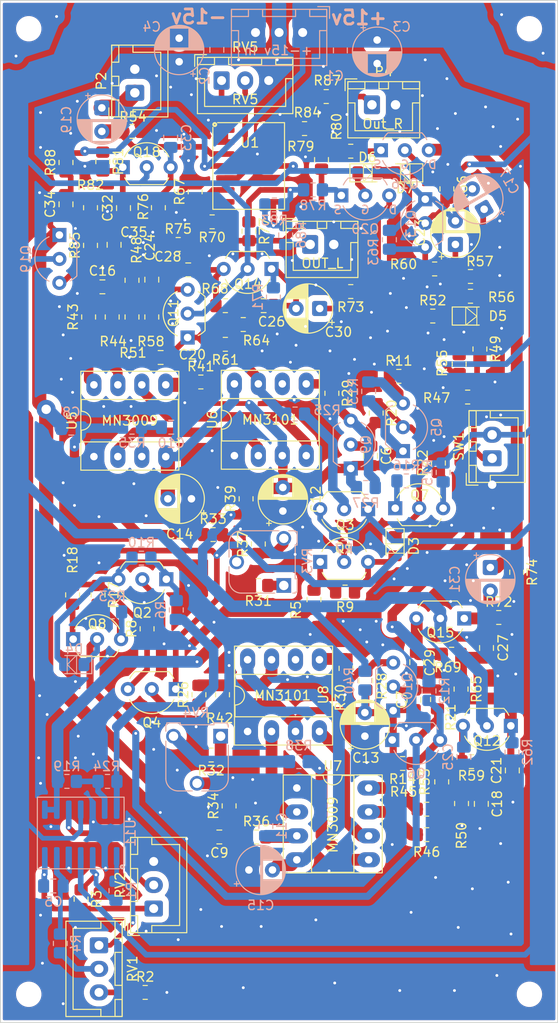
<source format=kicad_pcb>
(kicad_pcb (version 20241229) (generator "pcbnew") (generator_version "9.0")
  (title_block (title "Roland Juno-60 chorus board clone") (rev "0.0.1") (company "Syboxez") (comment 1 "Schematic by GliGli"))
  (layers (0 "F.Cu" signal) (2 "B.Cu" signal) (13 "F.Paste" user) (15 "B.Paste" user) (5 "F.SilkS" user "F.Silkscreen") (7 "B.SilkS" user "B.Silkscreen") (1 "F.Mask" user) (3 "B.Mask" user) (25 "Edge.Cuts" user))
  (net 0 "")
  (net 1 "GND")
  (net 2 "VAA")
  (net 3 "-VAA")
  (net 4 "Net-(C5-Pad1)")
  (net 5 "Net-(U11B--)")
  (net 6 "Net-(Q9-C)")
  (net 7 "Net-(Q5-E)")
  (net 8 "Net-(Q10-E)")
  (net 9 "Net-(Q10-C)")
  (net 10 "Net-(C8-Pad1)")
  (net 11 "Net-(Q19-E)")
  (net 12 "Net-(C9-Pad1)")
  (net 13 "Net-(U5-P3)")
  (net 14 "Net-(U7-P3)")
  (net 15 "Net-(U5-P4)")
  (net 16 "Net-(U7-P4)")
  (net 17 "Net-(C16-Pad1)")
  (net 18 "Net-(D5-K)")
  (net 19 "Net-(C18-Pad1)")
  (net 20 "Net-(U1A-+)")
  (net 21 "Net-(P2-P1)")
  (net 22 "Net-(Q11-E)")
  (net 23 "Net-(C20-Pad1)")
  (net 24 "Net-(C21-Pad1)")
  (net 25 "Net-(Q12-E)")
  (net 26 "Net-(C23-Pad1)")
  (net 27 "Net-(Q11-B)")
  (net 28 "Net-(Q12-B)")
  (net 29 "Net-(C26-Pad1)")
  (net 30 "Net-(Q14-E)")
  (net 31 "Net-(C27-Pad1)")
  (net 32 "Net-(Q15-E)")
  (net 33 "Net-(Q14-B)")
  (net 34 "Net-(Q15-B)")
  (net 35 "Net-(Q20-D)")
  (net 36 "Net-(Q16-D)")
  (net 37 "Net-(Q18-E)")
  (net 38 "Net-(C32-Pad1)")
  (net 39 "Net-(Q18-B)")
  (net 40 "Net-(C34-Pad1)")
  (net 41 "Net-(Q19-B)")
  (net 42 "Net-(D3-K)")
  (net 43 "Net-(D3-A)")
  (net 44 "Net-(D4-K)")
  (net 45 "Net-(D4-A)")
  (net 46 "Net-(D5-A)")
  (net 47 "Net-(D6-K)")
  (net 48 "Net-(D6-A)")
  (net 49 "Net-(D7-A)")
  (net 50 "Net-(P3-P1)")
  (net 51 "Net-(P4-P1)")
  (net 52 "Net-(Q1-C)")
  (net 53 "Net-(Q1-E)")
  (net 54 "Net-(Q2-C)")
  (net 55 "Net-(Q2-E)")
  (net 56 "Net-(Q3-C)")
  (net 57 "Net-(Q4-C)")
  (net 58 "Net-(Q5-B)")
  (net 59 "Net-(Q6-B)")
  (net 60 "Net-(Q7-E)")
  (net 61 "Net-(Q7-B)")
  (net 62 "Net-(Q8-E)")
  (net 63 "Net-(Q8-B)")
  (net 64 "Net-(Q9-B)")
  (net 65 "Net-(Q10-B)")
  (net 66 "Net-(Q13-B)")
  (net 67 "Net-(Q16-S)")
  (net 68 "Net-(Q20-S)")
  (net 69 "Net-(U11A-+)")
  (net 70 "Net-(R1-Pad2)")
  (net 71 "Net-(R2-Pad1)")
  (net 72 "Net-(R4-Pad1)")
  (net 73 "Net-(U11C--)")
  (net 74 "Net-(R24-Pad2)")
  (net 75 "Net-(R11-Pad2)")
  (net 76 "Net-(U11D--)")
  (net 77 "Net-(U6-P7)")
  (net 78 "Net-(U8-P7)")
  (net 79 "Net-(U6-P5)")
  (net 80 "Net-(U8-P5)")
  (net 81 "Net-(R31-Pad1)")
  (net 82 "Net-(R32-Pad1)")
  (net 83 "Net-(R33-Pad2)")
  (net 84 "Net-(R34-Pad2)")
  (net 85 "Net-(R37-Pad1)")
  (net 86 "Net-(R38-Pad1)")
  (net 87 "Net-(U5-P8)")
  (net 88 "Net-(U5-P7)")
  (net 89 "Net-(U7-P8)")
  (net 90 "Net-(U7-P7)")
  (net 91 "Net-(R47-Pad1)")
  (net 92 "Net-(U1B--)")
  (net 93 "Net-(R70-Pad1)")
  (net 94 "Net-(U1C--)")
  (net 95 "Net-(U1D--)")
  (net 96 "Net-(R83-Pad1)")
  (net 97 "Net-(R84-Pad1)")
  (net 98 "Net-(U11C-+)")
  (net 99 "Net-(U1A--)")
  (net 100 "Net-(U1B-+)")
  (net 101 "Net-(U5-P2)")
  (net 102 "Net-(U5-P6)")
  (net 104 "Net-(U7-P6)")
  (net 105 "Net-(U7-P2)")
  (footprint "Resistor_SMD:R_0805_2012Metric_Pad1.20x1.40mm_HandSolder" (layer "F.Cu") (at 121.8 77.5 -90)
    (property "Reference" "R76")
    (property "Value" "22k")
  )
  (footprint "Resistor_SMD:R_0805_2012Metric_Pad1.20x1.40mm_HandSolder" (layer "F.Cu") (at 155.9 92.5 -90)
    (property "Reference" "R49")
    (property "Value" "330")
  )
  (footprint "Resistor_SMD:R_0805_2012Metric_Pad1.20x1.40mm_HandSolder" (layer "F.Cu") (at 132.4 113.2 90)
    (property "Reference" "R37")
    (property "Value" "12k")
  )
  (footprint "Package_DIP:DIP-8_W7.62mm_Socket_LongPads" (layer "F.Cu") (at 129.86 103.82 90)
    (property "Reference" "U6")
    (property "Value" "MN3101")
  )
  (footprint "Capacitor_SMD:C_0805_2012Metric_Pad1.18x1.45mm_HandSolder" (layer "F.Cu") (at 132.9625 87.9)
    (property "Reference" "C26")
    (property "Value" "1n8")
  )
  (footprint "Resistor_SMD:R_0805_2012Metric_Pad1.20x1.40mm_HandSolder" (layer "F.Cu") (at 153.9 128.6 -90)
    (property "Reference" "R65")
    (property "Value" "22k")
  )
  (footprint "Resistor_SMD:R_0805_2012Metric_Pad1.20x1.40mm_HandSolder" (layer "F.Cu") (at 147.3 95.4)
    (property "Reference" "R11")
    (property "Value" "330k")
  )
  (footprint "Resistor_SMD:R_0805_2012Metric_Pad1.20x1.40mm_HandSolder" (layer "F.Cu") (at 120.4 160.8)
    (property "Reference" "R2")
    (property "Value" "10k")
  )
  (footprint "Resistor_SMD:R_0805_2012Metric_Pad1.20x1.40mm_HandSolder" (layer "F.Cu") (at 125.7 75.8 90)
    (property "Reference" "R67")
    (property "Value" "10k")
  )
  (footprint "Resistor_SMD:R_0805_2012Metric_Pad1.20x1.40mm_HandSolder" (layer "F.Cu") (at 144.9 99.3 -90)
    (property "Reference" "R20")
    (property "Value" "6k8")
  )
  (footprint "Capacitor_SMD:C_0805_2012Metric_Pad1.18x1.45mm_HandSolder" (layer "F.Cu") (at 112 77.1375 90)
    (property "Reference" "C34")
    (property "Value" "1n8")
  )
  (footprint "Resistor_SMD:R_0805_2012Metric_Pad1.20x1.40mm_HandSolder" (layer "F.Cu") (at 127.4 135.6 180)
    (property "Reference" "R32")
    (property "Value" "15k")
  )
  (footprint "Resistor_SMD:R_0805_2012Metric_Pad1.20x1.40mm_HandSolder" (layer "F.Cu") (at 123.9 81.4)
    (property "Reference" "R75")
    (property "Value" "22k")
  )
  (footprint "Connector_JST:JST_XH_B3B-XH-A_1x03_P2.50mm_Vertical" (layer "F.Cu") (at 121.3 151.9 90)
    (property "Reference" "RV2")
    (property "Value" "100k")
  )
  (footprint "Resistor_SMD:R_0805_2012Metric_Pad1.20x1.40mm_HandSolder" (layer "F.Cu") (at 126.1 129.2 90)
    (property "Reference" "R26")
    (property "Value" "2k2")
  )
  (footprint "Resistor_SMD:R_0805_2012Metric_Pad1.20x1.40mm_HandSolder" (layer "F.Cu") (at 128.6 129.2 90)
    (property "Reference" "R42")
    (property "Value" "1k8")
  )
  (footprint "Capacitor_THT:CP_Radial_D5.0mm_P2.50mm" (layer "F.Cu") (at 135 109.7 90)
    (property "Reference" "C12")
    (property "Value" "10u")
  )
  (footprint "Resistor_SMD:R_0805_2012Metric_Pad1.20x1.40mm_HandSolder" (layer "F.Cu") (at 159.8 116.2 -90)
    (property "Reference" "R74")
    (property "Value" "22k")
  )
  (footprint "Capacitor_SMD:C_0805_2012Metric_Pad1.18x1.45mm_HandSolder" (layer "F.Cu") (at 128.2625 144.3 180)
    (property "Reference" "C9")
    (property "Value" "100n")
  )
  (footprint "Diode_SMD:D_0805_2012Metric_Pad1.15x1.40mm_HandSolder" (layer "F.Cu") (at 147.975 73.8 180)
    (property "Reference" "D7")
    (property "Value" "1N4148")
  )
  (footprint "Capacitor_THT:CP_Radial_D5.0mm_P2.50mm" (layer "F.Cu") (at 138.905113 88.2 180)
    (property "Reference" "C30")
    (property "Value" "1u")
  )
  (footprint "Diode_SMD:D_0805_2012Metric_Pad1.15x1.40mm_HandSolder" (layer "F.Cu") (at 154.825 89)
    (property "Reference" "D5")
    (property "Value" "1N4148")
  )
  (footprint "Resistor_SMD:R_0805_2012Metric_Pad1.20x1.40mm_HandSolder" (layer "F.Cu") (at 139.6 65.7 180)
    (property "Reference" "R87")
    (property "Value" "1k")
  )
  (footprint "Resistor_SMD:R_0805_2012Metric_Pad1.20x1.40mm_HandSolder" (layer "F.Cu") (at 132.2 144.3)
    (property "Reference" "R36")
    (property "Value" "10k")
  )
  (footprint "Resistor_SMD:R_0805_2012Metric_Pad1.20x1.40mm_HandSolder" (layer "F.Cu") (at 119 89.1 90)
    (property "Reference" "R51")
    (property "Value" "22k")
  )
  (footprint "Resistor_SMD:R_0805_2012Metric_Pad1.20x1.40mm_HandSolder" (layer "F.Cu") (at 131.1 108.4 90)
    (property "Reference" "R39")
    (property "Value" "10")
  )
  (footprint "Resistor_SMD:R_0805_2012Metric_Pad1.20x1.40mm_HandSolder" (layer "F.Cu") (at 127.5 79 180)
    (property "Reference" "R70")
    (property "Value" "33k")
  )
  (footprint "MountingHole:MountingHole_2.2mm_M2_ISO7380" (layer "F.Cu") (at 108.05 161)
    (property "Reference" "REF**" (hide yes))
    (property "Value" "MountingHole_2.2mm_M2_ISO7380" (hide yes))
  )
  (footprint "Capacitor_SMD:C_0805_2012Metric_Pad1.18x1.45mm_HandSolder" (layer "F.Cu") (at 115.8625 85.9 180)
    (property "Reference" "C16")
    (property "Value" "2n2")
  )
  (footprint "Resistor_SMD:R_0805_2012Metric_Pad1.20x1.40mm_HandSolder" (layer "F.Cu") (at 114.4 89.1 90)
    (property "Reference" "R43")
    (property "Value" "3k3")
  )
  (footprint "Resistor_SMD:R_0805_2012Metric_Pad1.20x1.40mm_HandSolder" (layer "F.Cu") (at 150.25 144.05)
    (property "Reference" "R46")
    (property "Value" "3k3")
  )
  (footprint "Resistor_SMD:R_0805_2012Metric_Pad1.20x1.40mm_HandSolder" (layer "F.Cu") (at 128.9 87.9)
    (property "Reference" "R68")
    (property "Value" "22k")
  )
  (footprint "Package_TO_SOT_THT:TO-92_Inline_Wide" (layer "F.Cu") (at 122.64 116.94 180)
    (property "Reference" "Q2")
    (property "Value" "2SC1815")
  )
  (footprint "Resistor_SMD:R_0805_2012Metric_Pad1.20x1.40mm_HandSolder" (layer "F.Cu") (at 150.25 141.35)
    (property "Reference" "R45")
    (property "Value" "3k3")
  )
  (footprint "Package_TO_SOT_THT:TO-92_Inline_Wide" (layer "F.Cu") (at 146.92 109.4)
    (property "Reference" "Q7")
    (property "Value" "2SA1015")
  )
  (footprint "Resistor_SMD:R_0805_2012Metric_Pad1.20x1.40mm_HandSolder" (layer "F.Cu") (at 155 136.3)
    (property "Reference" "R59")
    (property "Value" "22k")
  )
  (footprint "Capacitor_SMD:C_0805_2012Metric_Pad1.18x1.45mm_HandSolder" (layer "F.Cu") (at 118.1 77.5375 90)
    (property "Reference" "C32")
    (property "Value" "820p")
  )
  (footprint "Capacitor_SMD:C_0805_2012Metric_Pad1.18x1.45mm_HandSolder" (layer "F.Cu") (at 121.1 85.1375 90)
    (property "Reference" "C24")
    (property "Value" "680p")
  )
  (footprint "Resistor_SMD:R_0805_2012Metric_Pad1.20x1.40mm_HandSolder" (layer "F.Cu") (at 112 72.7 90)
    (property "Reference" "R88")
    (property "Value" "10k")
  )
  (footprint "Resistor_SMD:R_0805_2012Metric_Pad1.20x1.40mm_HandSolder" (layer "F.Cu") (at 152.9 124.9)
    (property "Reference" "R69")
    (property "Value" "22k")
  )
  (footprint "Resistor_SMD:R_0805_2012Metric_Pad1.20x1.40mm_HandSolder" (layer "F.Cu") (at 126.3 96)
    (property "Reference" "R41")
    (property "Value" "1k8")
  )
  (footprint "Resistor_SMD:R_0805_2012Metric_Pad1.20x1.40mm_HandSolder" (layer "F.Cu") (at 119 85.2 90)
    (property "Reference" "R48")
    (property "Value" "47k")
  )
  (footprint "Resistor_SMD:R_0805_2012Metric_Pad1.20x1.40mm_HandSolder" (layer "F.Cu") (at 143.8 127.7 90)
    (property "Reference" "R28")
    (property "Value" "2k2")
  )
  (footprint "Capacitor_SMD:C_0805_2012Metric_Pad1.18x1.45mm_HandSolder" (layer "F.Cu") (at 148.9 129.7375 -90)
    (property "Reference" "C7")
    (property "Value" "150p")
  )
  (footprint "Diode_SMD:D_0805_2012Metric_Pad1.15x1.40mm_HandSolder" (layer "F.Cu") (at 143.975 73.8)
    (property "Reference" "D6")
    (property "Value" "1N4148")
  )
  (footprint "Resistor_SMD:R_0805_2012Metric_Pad1.20x1.40mm_HandSolder" (layer "F.Cu") (at 129.3 141 90)
    (property "Reference" "R34")
    (property "Value" "100k")
  )
  (footprint "MountingHole:MountingHole_2.2mm_M2_ISO7380" (layer "F.Cu") (at 161.15 161)
    (property "Reference" "REF**" (hide yes))
    (property "Value" "MountingHole_2.2mm_M2_ISO7380" (hide yes))
  )
  (footprint "MountingHole:MountingHole_2.2mm_M2_ISO7380" (layer "F.Cu") (at 161.15 58.5)
    (property "Reference" "REF**" (hide yes))
    (property "Value" "MountingHole_2.2mm_M2_ISO7380" (hide yes))
  )
  (footprint "Resistor_SMD:R_0805_2012Metric_Pad1.20x1.40mm_HandSolder" (layer "F.Cu") (at 128.9 92 180)
    (property "Reference" "R61")
    (property "Value" "22k")
  )
  (footprint "Resistor_SMD:R_0805_2012Metric_Pad1.20x1.40mm_HandSolder" (layer "F.Cu") (at 147.7 136.5 180)
    (property "Reference" "R14")
    (property "Value" "33k")
  )
  (footprint "Resistor_SMD:R_0805_2012Metric_Pad1.20x1.40mm_HandSolder" (layer "F.Cu") (at 151.85 138.45 -90)
    (property "Reference" "R53")
    (property "Value" "22k")
  )
  (footprint "Package_DIP:DIP-8_W7.62mm_Socket_LongPads" (layer "F.Cu") (at 136.48 139.1)
    (property "Reference" "U7")
    (property "Value" "MN3009")
  )
  (footprint "Package_DIP:DIP-8_W7.62mm_Socket_LongPads" (layer "F.Cu") (at 131.26 133.1 90)
    (property "Reference" "U8")
    (property "Value" "MN3101")
  )
  (footprint "Resistor_SMD:R_0805_2012Metric_Pad1.20x1.40mm_HandSolder" (layer "F.Cu") (at 141.7 126.4 -90)
    (property "Reference" "R30")
    (property "Value" "22k")
  )
  (footprint "Connector_JST:JST_XH_B2B-XH-A_1x02_P2.50mm_Vertical" (layer "F.Cu") (at 144.45 66.575)
    (property "Reference" "P4")
    (property "Value" "Out_R")
  )
  (footprint "PCM_Package_SO_AKL:SOIC-14_3.9x8.7mm_P1.27mm" (layer "F.Cu") (at 131.375 73.07)
    (property "Reference" "U1")
    (property "Value" "TL084HID" (hide yes))
  )
  (footprint "Resistor_SMD:R_0805_2012Metric_Pad1.20x1.40mm_HandSolder" (layer "F.Cu") (at 119 69.4)
    (property "Reference" "R54")
    (property "Value" "33k")
  )
  (footprint "Resistor_SMD:R_0805_2012Metric_Pad1.20x1.40mm_HandSolder" (layer "F.Cu") (at 115.4 118.6 -90)
    (property "Reference" "R17")
    (property "Value" "1k8")
  )
  (footprint "Package_TO_SOT_THT:TO-92_Inline_Wide" (layer "F.Cu") (at 154.24 121.1 180)
    (property "Reference" "Q15")
    (property "Value" "2SA1015")
  )
  (footprint "Resistor_SMD:R_0805_2012Metric_Pad1.20x1.40mm_HandSolder" (layer "F.Cu") (at 151.1 84)
    (property "Reference" "R60")
    (property "Value" "560k")
  )
  (footprint "Resistor_SMD:R_0805_2012Metric_Pad1.20x1.40mm_HandSolder" (layer "F.Cu") (at 154.6 97.6 180)
    (property "Reference" "R47")
    (property "Value" "1k")
  )
  (footprint "Capacitor_SMD:C_0805_2012Metric_Pad1.18x1.45mm_HandSolder" (layer "F.Cu") (at 156.6 124.2375 90)
    (property "Reference" "C27")
    (property "Value" "1n8")
  )
  (footprint "Resistor_SMD:R_0805_2012Metric_Pad1.20x1.40mm_HandSolder" (layer "F.Cu") (at 151.4 129.7 90)
    (property "Reference" "R21")
    (property "Value" "6k8")
  )
  (footprint "Capacitor_SMD:C_0805_2012Metric_Pad1.18x1.45mm_HandSolder" (layer "F.Cu") (at 124.9625 84.1 180)
    (property "Reference" "C28")
    (property "Value" "270p")
  )
  (footprint "Resistor_SMD:R_0805_2012Metric_Pad1.20x1.40mm_HandSolder" (layer "F.Cu") (at 132.4 117.6 180)
    (property "Reference" "R31")
    (property "Value" "15k")
  )
  (footprint "Connector_JST:JST_XH_B3B-XH-A_1x03_P2.50mm_Vertical" (layer "F.Cu") (at 115.5 155.8 -90)
    (property "Reference" "RV1")
    (property "Value" "100k")
  )
  (footprint "MountingHole:MountingHole_2.2mm_M2_ISO7380" (layer "F.Cu") (at 108.05 58.5)
    (property "Reference" "REF**" (hide yes))
    (property "Value" "MountingHole_2.2mm_M2_ISO7380" (hide yes))
  )
  (footprint "Resistor_SMD:R_0805_2012Metric_Pad1.20x1.40mm_HandSolder" (layer "F.Cu") (at 153.95 140.75 -90)
    (property "Reference" "R50")
    (property "Value" "47k")
  )
  (footprint "Package_TO_SOT_THT:TO-92_Inline_Wide" (layer "F.Cu") (at 144.04 109.5 180)
    (property "Reference" "Q3")
    (property "Value" "2SA1015")
  )
  (footprint "Connector_JST:JST_XH_B2B-XH-A_1x02_P2.50mm_Vertical" (layer "F.Cu") (at 157.2 104.1 90)
    (property "Reference" "SW1")
    (property "Value" "SW_PUSH")
  )
  (footprint "Package_TO_SOT_THT:TO-92_Inline_Wide" (layer "F.Cu") (at 124.9 91.28 90)
    (property "Reference" "Q11")
    (property "Value" "2SA1015")
  )
  (footprint "Package_TO_SOT_THT:TO-92_Inline_Wide" (layer "F.Cu") (at 112.76 123.3)
    (property "Reference" "Q8")
    (property "Value" "2SA1015")
  )
  (footprint "Resistor_SMD:R_0805_2012Metric_Pad1.20x1.40mm_HandSolder" (layer "F.Cu") (at 139.1 72.4 -90)
    (property "Reference" "R79")
    (property "Value" "47k")
  )
  (footprint "Package_TO_SOT_THT:TO-92_Inline_Wide" (layer "F.Cu") (at 159.18 132.5 180)
    (property "Reference" "Q12")
    (property "Value" "2SA1015")
  )
  (footprint "Resistor_SMD:R_0805_2012Metric_Pad1.20x1.40mm_HandSolder" (layer "F.Cu") (at 152.4 75.5 -90)
    (property "Reference" "R66")
    (property "Value" "10k")
  )
  (footprint "Package_TO_SOT_THT:TO-92_Inline_Wide" (layer "F.Cu") (at 123.64 128.6 180)
    (property "Reference" "Q4")
    (property "Value" "2SA1015")
  )
  (footprint "Resistor_SMD:R_0805_2012Metric_Pad1.20x1.40mm_HandSolder" (layer "F.Cu") (at 150.9 89)
    (property "Reference" "R52")
    (property "Value" "10k")
  )
  (footprint "Resistor_SMD:R_0805_2012Metric_Pad1.20x1.40mm_HandSolder" (layer "F.Cu") (at 114.6 81.5 90)
    (property "Reference" "R85")
    (property "Value" "22k")
  )
  (footprint "Capacitor_THT:CP_Radial_D5.0mm_P2.50mm" (layer "F.Cu") (at 125.305113 108.4 180)
    (property "Reference" "C14")
    (property "Value" "10u")
  )
  (footprint "Resistor_SMD:R_0805_2012Metric_Pad1.20x1.40mm_HandSolder" (layer "F.Cu") (at 154.9 86.9)
    (property "Reference" "R56")
    (property "Value" "330k")
  )
  (footprint "Resistor_SMD:R_0805_2012Metric_Pad1.20x1.40mm_HandSolder" (layer "F.Cu") (at 142.2 71.5)
    (property "Reference" "R80")
    (property "Value" "39k")
  )
  (footprint "Resistor_SMD:R_0805_2012Metric_Pad1.20x1.40mm_HandSolder" (layer "F.Cu") (at 153.7 94.1 -90)
    (property "Reference" "R55")
    (property "Value" "10k")
  )
  (footprint "Resistor_SMD:R_0805_2012Metric_Pad1.20x1.40mm_HandSolder" (layer "F.Cu") (at 138.3 119.1 -90)
    (property "Reference" "R5")
    (property "Value" "1k")
  )
  (footprint "Resistor_SMD:R_0805_2012Metric_Pad1.20x1.40mm_HandSolder" (layer "F.Cu") (at 113.6 150.9 -90)
    (property "Reference" "R3")
    (property "Value" "33k")
  )
  (footprint "Resistor_SMD:R_0805_2012Metric_Pad1.20x1.40mm_HandSolder" (layer "F.Cu") (at 130.8 89.9 180)
    (property "Reference" "R64")
    (property "Value" "22k")
  )
  (footprint "Capacitor_SMD:C_0805_2012Metric_Pad1.18x1.45mm_HandSolder" (layer "F.Cu") (at 149.2 125.7375 -90)
    (property "Reference" "C29")
    (property "Value" "270p")
  )
  (footprint "Resistor_SMD:R_0805_2012Metric_Pad1.20x1.40mm_HandSolder" (layer "F.Cu") (at 115.9 72.6 -90)
    (property "Reference" "R81")
    (property "Value" "22k")
  )
  (footprint "Package_TO_SOT_THT:TO-92_Inline_Wide" (layer "F.Cu") (at 138.96 115.1)
    (property "Reference" "Q1")
    (property "Value" "2SC1815")
  )
  (footprint "Connector_JST:JST_XH_B2B-XH-A_1x02_P2.50mm_Vertical" (layer "F.Cu") (at 137.9 81.4)
    (property "Reference" "P3")
    (property "Value" "OUT_L")
  )
  (footprint "Package_TO_SOT_THT:TO-92_Inline_Wide" (layer "F.Cu") (at 118.02 73.2)
    (property "Reference" "Q18")
    (property "Value" "2SA1015")
  )
  (footprint "Capacitor_THT:CP_Radial_D5.0mm_P2.50mm" (layer "F.Cu") (at 153.3 81.4 90)
    (property "Reference" "C23")
    (property "Value" "1u")
  )
  (footprint "" (layer "F.Cu") (at 161.15 58.5)
    (property "Reference" "")
    (property "Value" "")
  )
  (footprint "Resistor_SMD:R_0805_2012Metric_Pad1.20x1.40mm_HandSolder" (layer "F.Cu") (at 157.9 121)
    (property "Reference" "R72")
    (property "Value" "10k")
  )
  (footprint "Package_TO_SOT_THT:TO-92_Inline_Wide" (layer "F.Cu") (at 133.8 84 180)
    (property "Reference" "Q14")
    (property "Value" "2SA1015")
  )
  (footprint "Resistor_SMD:R_0805_2012Metric_Pad1.20x1.40mm_HandSolder" (layer "F.Cu") (at 131.4 80 -90)
    (property "Reference" "R77")
    (property "Value" "47k")
  )
  (footprint "Resistor_SMD:R_0805_2012Metric_Pad1.20x1.40mm_HandSolder" (layer "F.Cu") (at 120.6 122.2 90)
    (property "Reference" "R8")
    (property "Value" "2k2")
  )
  (footprint "Capacitor_SMD:C_0805_2012Metric_Pad1.18x1.45mm_HandSolder" (layer "F.Cu") (at 159.34 137.2375 90)
    (property "Reference" "C21")
    (property "Value" "820p")
  )
  (footprint "Resistor_SMD:R_0805_2012Metric_Pad1.20x1.40mm_HandSolder" (layer "F.Cu") (at 114.6 77.5 90)
    (property "Reference" "R82")
    (property "Value" "22k")
  )
  (footprint "" (layer "F.Cu") (at 108.05 58.5)
    (property "Reference" "")
    (property "Value" "")
  )
  (footprint "Resistor_SMD:R_0805_2012Metric_Pad1.20x1.40mm_HandSolder" (layer "F.Cu") (at 121.1 89.1 -90)
    (property "Reference" "R58")
    (property "Value" "22k")
  )
  (footprint "Capacitor_THT:CP_Radial_D5.0mm_P2.50mm" (layer "F.Cu") (at 143.7 133.6 90)
    (property "Reference" "C13")
    (property "Value" "10u")
  )
  (footprint "Capacitor_SMD:C_0805_2012Metric_Pad1.18x1.45mm_HandSolder" (layer "F.Cu") (at 144.3 103.8375 -90)
    (property "Reference" "C6")
    (property "Value" "150p")
  )
  (footprint "Resistor_SMD:R_0805_2012Metric_Pad1.20x1.40mm_HandSolder" (layer "F.Cu") (at 140.2 97.2 -90)
    (property "Reference" "R29")
    (property "Value" "22k")
  )
  (footprint "Resistor_SMD:R_0805_2012Metric_Pad1.20x1.40mm_HandSolder" (layer "F.Cu") (at 154.9 84.8)
    (property "Reference" "R57")
    (property "Value" "150k")
  )
  (footprint "Resistor_SMD:R_0805_2012Metric_Pad1.20x1.40mm_HandSolder" (layer "F.Cu") (at 141.6 118.3)
    (property "Reference" "R9")
    (property "Value" "33k")
  )
  (footprint "Diode_SMD:D_0805_2012Metric_Pad1.15x1.40mm_HandSolder" (layer "F.Cu") (at 146.9 113.425 -90)
    (property "Reference" "D3")
    (property "Value" "1N4148")
  )
  (footprint "Resistor_SMD:R_0805_2012Metric_Pad1.20x1.40mm_HandSolder" (layer "F.Cu") (at 142.2 86.4 180)
    (property "Reference" "R73")
    (property "Value" "22k")
  )
  (footprint "Capacitor_SMD:C_0805_2012Metric_Pad1.18x1.45mm_HandSolder" (layer "F.Cu") (at 156.05 140.7875 -90)
    (property "Reference" "C18")
    (property "Value" "2n2")
  )
  (footprint "Connector_JST:JST_XH_B3B-XH-A_1x03_P2.50mm_Vertical" (layer "F.Cu") (at 128.5 64)
    (property "Reference" "RV5")
    (property "Value" "100k")
  )
  (footprint "Resistor_SMD:R_0805_2012Metric_Pad1.20x1.40mm_HandSolder" (layer "F.Cu") (at 116.9 89.1 90)
    (property "Reference" "R44")
    (property "Value" "3k3")
  )
  (footprint "Resistor_SMD:R_0805_2012Metric_Pad1.20x1.40mm_HandSolder" (layer "F.Cu") (at 127.6 112.2)
    (property "Reference" "R33")
    (property "Value" "100k")
  )
  (footprint "Resistor_SMD:R_0805_2012Metric_Pad1.20x1.40mm_HandSolder" (layer "F.Cu") (at 137.3 69.1)
    (property "Reference" "R84")
    (property "Value" "10k")
  )
  (footprint "Package_DIP:DIP-8_W7.62mm_Socket_LongPads" (layer "F.Cu") (at 114.96 103.92 90)
    (property "Reference" "U5")
    (property "Value" "MN3009")
  )
  (footprint "Resistor_SMD:R_0805_2012Metric_Pad1.20x1.40mm_HandSolder" (layer "F.Cu") (at 151.5 104.6 90)
    (property "Reference" "R22")
    (property "Value" "10k")
  )
  (footprint "Resistor_SMD:R_0805_2012Metric_Pad1.20x1.40mm_HandSolder" (layer "F.Cu") (at 112.7 118.6 -90)
    (property "Reference" "R18")
    (property "Value" "8k2")
  )
  (footprint "Capacitor_SMD:C_0805_2012Metric_Pad1.18x1.45mm_HandSolder" (layer "F.Cu") (at 122.0375 93.4)
    (property "Reference" "C20")
    (property "Value" "820p")
  )
  (footprint "Capacitor_SMD:C_0805_2012Metric_Pad1.18x1.45mm_HandSolder" (layer "F.Cu") (at 117.1 81.4375 90)
    (property "Reference" "C35")
    (property "Value" "270p")
  )
  (footprint "Connector_JST:JST_XH_B2B-XH-A_1x02_P2.50mm_Vertical" (layer "F.Cu") (at 119.3 65.3 90)
    (property "Reference" "P2")
    (property "Value" "AUDIO_IN")
  )
  (footprint "Capacitor_SMD:C_0805_2012Metric_Pad1.18x1.45mm_HandSolder" (layer "B.Cu") (at 123.1625 100.8)
    (property "Reference" "C10")
    (property "Value" "2n2")
  )
  (footprint "Package_TO_SOT_THT:TO-92_Inline_Wide" (layer "B.Cu") (at 146.6 134)
    (property "Reference" "Q6")
    (property "Value" "2SC1815")
  )
  (footprint "Capacitor_SMD:C_0805_2012Metric_Pad1.18x1.45mm_HandSolder" (layer "B.Cu") (at 133.2 143.1375 90)
    (property "Reference" "C11")
    (property "Value" "2n2")
  )
  (footprint "Resistor_SMD:R_0805_2012Metric_Pad1.20x1.40mm_HandSolder" (layer "B.Cu") (at 119 100.8)
    (property "Reference" "R35")
    (property "Value" "10k")
  )
  (footprint "Resistor_SMD:R_0805_2012Metric_Pad1.20x1.40mm_HandSolder" (layer "B.Cu") (at 148.1 106.5 180)
    (property "Reference" "R16")
    (property "Value" "8k2")
  )
  (footprint "Resistor_SMD:R_0805_2012Metric_Pad1.20x1.40mm_HandSolder" (layer "B.Cu") (at 136.7 136.3)
    (property "Reference" "R38")
    (property "Value" "12k")
  )
  (footprint "Connector_JST:JST_XH_B3B-XH-A_1x03_P2.50mm_Vertical" (layer "B.Cu") (at 137.1 58.9 180)
    (property "Reference" "J1" (hide yes))
    (property "Value" "+-15v In")
  )
  (footprint "Resistor_SMD:R_0805_2012Metric_Pad1.20x1.40mm_HandSolder" (layer "B.Cu") (at 150.5 128.8 90)
    (property "Reference" "R12")
    (property "Value" "330k")
  )
  (footprint "Resistor_SMD:R_0805_2012Metric_Pad1.20x1.40mm_HandSolder" (layer "B.Cu") (at 111.4 155.6 90)
    (property "Reference" "R4")
    (property "Value" "1M")
  )
  (footprint "Capacitor_THT:CP_Radial_D5.0mm_P2.50mm" (layer "B.Cu") (at 156.35 77.665064 120)
    (property "Reference" "C17")
    (property "Value" "2u2")
  )
  (footprint "Resistor_SMD:R_0805_2012Metric_Pad1.20x1.40mm_HandSolder" (layer "B.Cu") (at 138.2 75.6)
    (property "Reference" "R78")
    (property "Value" "39k")
  )
  (footprint "Potentiometer_THT:Potentiometer_Runtron_RM-065_Vertical" (layer "B.Cu") (at 128.4 133.6 180)
    (property "Reference" "RV4")
    (property "Value" "10k")
  )
  (footprint "PCM_Package_TO_SOT_THT_AKL:TO-92_Inline_Wide_SGD" (layer "B.Cu") (at 141.2 76.2)
    (property "Reference" "Q20")
    (property "Value" "2SK30" (hide yes))
  )
  (footprint "Resistor_SMD:R_0805_2012Metric_Pad1.20x1.40mm_HandSolder" (layer "B.Cu") (at 159.3 135.3 90)
    (property "Reference" "R62")
    (property "Value" "22k")
  )
  (footprint "Resistor_SMD:R_0805_2012Metric_Pad1.20x1.40mm_HandSolder" (layer "B.Cu") (at 134 87 -90)
    (property "Reference" "R71")
    (property "Value" "10k")
  )
  (footprint "Capacitor_SMD:C_0805_2012Metric_Pad1.18x1.45mm_HandSolder" (layer "B.Cu") (at 123.1 70.0625 90)
    (property "Reference" "C33")
    (property "Value" "680p")
  )
  (footprint "Potentiometer_THT:Potentiometer_Runtron_RM-065_Vertical" (layer "B.Cu") (at 135.1 117.6 90)
    (property "Reference" "RV3")
    (property "Value" "10k")
  )
  (footprint "Resistor_SMD:R_0805_2012Metric_Pad1.20x1.40mm_HandSolder" (layer "B.Cu") (at 146.3 80.9 90)
    (property "Reference" "R63")
    (property "Value" "39k")
  )
  (footprint "Resistor_SMD:R_0805_2012Metric_Pad1.20x1.40mm_HandSolder" (layer "B.Cu") (at 112.1 138.4)
    (property "Reference" "R19")
    (property "Value" "470k")
  )
  (footprint "Capacitor_SMD:C_0805_2012Metric_Pad1.18x1.45mm_HandSolder" (layer "B.Cu") (at 128 60.7375 90)
    (property "Reference" "C2")
    (property "Value" "0.1uF")
  )
  (footprint "Resistor_SMD:R_0805_2012Metric_Pad1.20x1.40mm_HandSolder" (layer "B.Cu") (at 141.5 112.1)
    (property "Reference" "R7")
    (property "Value" "2k2")
  )
  (footprint "Resistor_SMD:R_0805_2012Metric_Pad1.20x1.40mm_HandSolder" (layer "B.Cu") (at 117.3 150 90)
    (property "Reference" "R1")
    (property "Value" "47k")
  )
  (footprint "Resistor_SMD:R_0805_2012Metric_Pad1.20x1.40mm_HandSolder" (layer "B.Cu") (at 116.4 138.4)
    (property "Reference" "R24")
    (property "Value" "470k")
  )
  (footprint "Capacitor_SMD:C_0805_2012Metric_Pad1.18x1.45mm_HandSolder" (layer "B.Cu") (at 154.2 135.8 -90)
    (property "Reference" "C25")
    (property "Value" "680p")
  )
  (footprint "Package_TO_SOT_THT:TO-92_Inline_Wide" (layer "B.Cu") (at 142.2 105.18 90)
    (property "Reference" "Q9")
    (property "Value" "2SC1815")
  )
  (footprint "Resistor_SMD:R_0805_2012Metric_Pad1.20x1.40mm_HandSolder" (layer "B.Cu") (at 136.3 99.4 180)
    (property "Reference" "R25")
    (property "Value" "2k2")
  )
  (footprint "Resistor_SMD:R_0805_2012Metric_Pad1.20x1.40mm_HandSolder" (layer "B.Cu") (at 120 114.7 180)
    (property "Reference" "R10")
    (property "Value" "33k")
  )
  (footprint "Capacitor_THT:CP_Radial_D5.0mm_P2.50mm" (layer "B.Cu") (at 124 62.005113 90)
    (property "Reference" "C4")
    (property "Value" "10u")
  )
  (footprint "Package_TO_SOT_THT:TO-92_Inline_Wide" (layer "B.Cu") (at 150.1 76.6 -90)
    (property "Reference" "Q13")
    (property "Value" "2SC1815")
  )
  (footprint "Package_TO_SOT_THT:TO-92_Inline_Wide" (layer "B.Cu") (at 111.3 80.4 -90)
    (property "Reference" "Q19")
    (property "Value" "2SA1015")
  )
  (footprint "Capacitor_THT:CP_Radial_D5.0mm_P2.50mm" (layer "B.Cu") (at 131.4 147.8)
    (property "Reference" "C15")
    (property "Value" "10u")
  )
  (footprint "Capacitor_THT:CP_Radial_D5.0mm_P2.50mm" (layer "B.Cu") (at 157 115.694888 -90)
    (property "Reference" "C31")
    (property "Value" "1u")
  )
  (footprint "Capacitor_THT:CP_Radial_D5.0mm_P2.50mm" (layer "B.Cu") (at 145 59.694888 -90)
    (property "Reference" "C3")
    (property "Value" "10u")
  )
  (footprint "Capacitor_SMD:C_0805_2012Metric_Pad1.18x1.45mm_HandSolder" (layer "B.Cu") (at 141.1 60.8 -90)
    (property "Reference" "C1")
    (property "Value" "0.1uF")
  )
  (footprint "Capacitor_THT:CP_Radial_D5.0mm_P2.50mm" (layer "B.Cu") (at 115.8 66.9 -90)
    (property "Reference" "C19")
    (property "Value" "10u")
  )
  (footprint "Capacitor_SMD:C_0805_2012Metric_Pad1.18x1.45mm_HandSolder" (layer "B.Cu") (at 112.5625 100.9 180)
    (property "Reference" "C8")
    (property "Value" "100n")
  )
  (footprint "Resistor_SMD:R_0805_2012Metric_Pad1.20x1.40mm_HandSolder" (layer "B.Cu") (at 116.9 120.4 180)
    (property "Reference" "R23")
    (property "Value" "10k")
  )
  (footprint "Resistor_SMD:R_0805_2012Metric_Pad1.20x1.40mm_HandSolder" (layer "B.Cu") (at 143.8 107.2)
    (property "Reference" "R27")
    (property "Value" "2k2")
  )
  (footprint "Resistor_SMD:R_0805_2012Metric_Pad1.20x1.40mm_HandSolder" (layer "B.Cu") (at 135.3 80.4 90)
    (property "Reference" "R86")
    (property "Value" "1k")
  )
  (footprint "Package_TO_SOT_THT:TO-92_Inline_Wide" (layer "B.Cu") (at 146.7 130.88 90)
    (property "Reference" "Q10")
    (property "Value" "2SC1815")
  )
  (footprint "Package_TO_SOT_THT:TO-92_Inline_Wide" (layer "B.Cu") (at 147.74 103.34 90)
    (property "Reference" "Q5")
    (property "Value" "2SC1815")
  )
  (footprint "Resistor_SMD:R_0805_2012Metric_Pad1.20x1.40mm_HandSolder" (layer "B.Cu") (at 144.1 97 -90)
    (property "Reference" "R13")
    (property "Value" "33k")
  )
  (footprint "PCM_Package_SO_AKL:SOIC-14_3.9x8.7mm_P1.27mm" (layer "B.Cu") (at 113.56 143.875 90)
    (property "Reference" "U11")
    (property "Value" "TL084HID" (hide yes))
  )
  (footprint "Capacitor_SMD:C_0805_2012Metric_Pad1.18x1.45mm_HandSolder" (layer "B.Cu") (at 110.6625 149.5)
    (property "Reference" "C5")
    (property "Value" "100n")
  )
  (footprint "Resistor_SMD:R_0805_2012Metric_Pad1.20x1.40mm_HandSolder" (layer "B.Cu") (at 123.7 120.2 -90)
    (property "Reference" "R6")
    (property "Value" "1k")
  )
  (footprint "PCM_Package_TO_SOT_THT_AKL:TO-92_Inline_Wide_SGD" (layer "B.Cu") (at 145.4 71.4)
    (property "Reference" "Q16")
    (property "Value" "2SK30" (hide yes))
  )
  (footprint "Diode_SMD:D_0805_2012Metric_Pad1.15x1.40mm_HandSolder" (layer "B.Cu") (at 112.875 126 180)
    (property "Reference" "D4")
    (property "Value" "1N4148")
  )
  (footprint "Resistor_SMD:R_0805_2012Metric_Pad1.20x1.40mm_HandSolder" (layer "B.Cu") (at 134.1 77.2)
    (property "Reference" "R83")
    (property "Value" "10k")
  )
  (footprint "Resistor_SMD:R_0805_2012Metric_Pad1.20x1.40mm_HandSolder" (layer "B.Cu") (at 143.7 127.7 -90)
    (property "Reference" "R40")
    (property "Value" "10")
  )
  (footprint "Resistor_SMD:R_0805_2012Metric_Pad1.20x1.40mm_HandSolder" (layer "B.Cu") (at 152 105.6 -90)
    (property "Reference" "R15")
    (property "Value" "1k8")
  )
  (gr_line (start 105.05 55.5) (end 164.15 55.5) (stroke (width 0.1)) (layer "Edge.Cuts"))
  (gr_line (start 164.15 164) (end 164.15 55.5) (stroke (width 0.1)) (layer "Edge.Cuts"))
  (gr_line (start 105.05 55.5) (end 105.05 164) (stroke (width 0.1)) (layer "Edge.Cuts"))
  (gr_line (start 105.05 164) (end 164.15 164) (stroke (width 0.1)) (layer "Edge.Cuts"))
  (gr_text "+15v" (at 146.2 58.2 0) (layer "B.SilkS") (effects (font (size 1.5 1.5) (thickness 0.3) (bold yes)) (justify left bottom mirror)))
  (gr_text "-15v" (at 129.2 58.1 0) (layer "B.SilkS") (effects (font (size 1.5 1.5) (thickness 0.3) (bold yes)) (justify left bottom mirror)))
  (via (at 138.8 112.9) (size 0.5) (drill 0.3) (layers "F.Cu" "B.Cu") (net 1))
  (via (at 134.4 61.8) (size 0.5) (drill 0.3) (layers "F.Cu" "B.Cu") (net 1))
  (via (at 150.9 73.7) (size 0.5) (drill 0.3) (layers "F.Cu" "B.Cu") (net 1))
  (via (at 138.9 67.4) (size 0.5) (drill 0.3) (layers "F.Cu" "B.Cu") (net 1))
  (via (at 143.9 123.6) (size 0.5) (drill 0.3) (layers "F.Cu" "B.Cu") (net 1))
  (via (at 136.3 114.3) (size 0.5) (drill 0.3) (layers "F.Cu" "B.Cu") (net 1))
  (via (at 129.7 138) (size 0.5) (drill 0.3) (layers "F.Cu" "B.Cu") (net 1))
  (via (at 150.1 61.8) (size 0.5) (drill 0.3) (layers "F.Cu" "B.Cu") (net 1))
  (via (at 140.5 159.8) (size 0.5) (drill 0.3) (layers "F.Cu" "B.Cu") (net 1))
  (via (at 134.4 90.9) (size 0.5) (drill 0.3) (layers "F.Cu" "B.Cu") (net 1))
  (via (at 131.8 138.2) (size 0.5) (drill 0.3) (layers "F.Cu" "B.Cu") (net 1))
  (via (at 115.9 83.9) (size 0.5) (drill 0.3) (layers "F.Cu" "B.Cu") (net 1))
  (via (at 152 96.6) (size 0.5) (drill 0.3) (layers "F.Cu" "B.Cu") (net 1))
  (via (at 124.6 78.8) (size 0.5) (drill 0.3) (layers "F.Cu" "B.Cu") (net 1))
  (via (at 157.2 106.9) (size 1.905) (drill 0.889) (layers "F.Cu" "B.Cu") (net 1))
  (via (at 119.2 106.8) (size 0.5) (drill 0.3) (layers "F.Cu" "B.Cu") (net 1))
  (via (at 123.1 87.4) (size 0.5) (drill 0.3) (layers "F.Cu" "B.Cu") (net 1))
  (via (at 124.5 69.7) (size 0.5) (drill 0.3) (layers "F.Cu" "B.Cu") (net 1))
  (via (at 132.7 153.8) (size 0.5) (drill 0.3) (layers "F.Cu" "B.Cu") (net 1))
  (via (at 157.3 109.4) (size 0.5) (drill 0.3) (layers "F.Cu" "B.Cu") (net 1))
  (via (at 153.3 67.5) (size 0.5) (drill 0.3) (layers "F.Cu" "B.Cu") (net 1))
  (via (at 120.5 154.3) (size 0.5) (drill 0.3) (layers "F.Cu" "B.Cu") (net 1))
  (via (at 158 84.7) (size 0.5) (drill 0.3) (layers "F.Cu" "B.Cu") (net 1))
  (via (at 152.5 72.9) (size 0.5) (drill 0.3) (layers "F.Cu" "B.Cu") (net 1))
  (via (at 124.8 144.5) (size 0.5) (drill 0.3) (layers "F.Cu" "B.Cu") (net 1))
  (via (at 148.2 115.8) (size 0.5) (drill 0.3) (layers "F.Cu" "B.Cu") (net 1))
  (via (at 155.9 143.4) (size 0.5) (drill 0.3) (layers "F.Cu" "B.Cu") (net 1))
  (via (at 144.3 91.3) (size 0.5) (drill 0.3) (layers "F.Cu" "B.Cu") (net 1))
  (via (at 139.9 147.9) (size 0.5) (drill 0.3) (layers "F.Cu" "B.Cu") (net 1))
  (via (at 127 146.3) (size 0.5) (drill 0.3) (layers "F.Cu" "B.Cu") (net 1))
  (via (at 129.3 126.1) (size 0.5) (drill 0.3) (layers "F.Cu" "B.Cu") (net 1))
  (via (at 132.8 82.4) (size 0.5) (drill 0.3) (layers "F.Cu" "B.Cu") (net 1))
  (via (at 106.7 61.4) (size 1.75) (drill 0.3) (layers "F.Cu" "B.Cu") (net 1))
  (via (at 132.3 71.8) (size 0.5) (drill 0.3) (layers "F.Cu" "B.Cu") (net 1))
  (via (at 125.1 124) (size 0.5) (drill 0.3) (layers "F.Cu" "B.Cu") (net 1))
  (via (at 113 81.3) (size 0.5) (drill 0.3) (layers "F.Cu" "B.Cu") (net 1))
  (via (at 130.8 160.3) (size 0.5) (drill 0.3) (layers "F.Cu" "B.Cu") (net 1))
  (via (at 138.5 85.7) (size 0.5) (drill 0.3) (layers "F.Cu" "B.Cu") (net 1))
  (via (at 122.4 123.8) (size 0.5) (drill 0.3) (layers "F.Cu" "B.Cu") (net 1))
  (via (at 141.2 89.6) (size 0.5) (drill 0.3) (layers "F.Cu" "B.Cu") (net 1))
  (via (at 123.3 89.8) (size 0.5) (drill 0.3) (layers "F.Cu" "B.Cu") (net 1))
  (via (at 142.3 83) (size 0.5) (drill 0.3) (layers "F.Cu" "B.Cu") (net 1))
  (via (at 122.7 160.8) (size 0.5) (drill 0.3) (layers "F.Cu" "B.Cu") (net 1))
  (via (at 151.2 148.6) (size 0.5) (drill 0.3) (layers "F.Cu" "B.Cu") (net 1))
  (via (at 110 131.3) (size 0.5) (drill 0.3) (layers "F.Cu" "B.Cu") (net 1))
  (via (at 127.1 68.2) (size 0.5) (drill 0.3) (layers "F.Cu" "B.Cu") (net 1))
  (via (at 158.1 99.5) (size 0.5) (drill 0.3) (layers "F.Cu" "B.Cu") (net 1))
  (via (at 159.5 119.3) (size 0.5) (drill 0.3) (layers "F.Cu" "B.Cu") (net 1))
  (via (at 110.4 143.2) (size 0.5) (drill 0.3) (layers "F.Cu" "B.Cu") (net 1))
  (via (at 123.1 64.7) (size 0.5) (drill 0.3) (layers "F.Cu" "B.Cu") (net 1))
  (via (at 143.2 122.3) (size 0.5) (drill 0.3) (layers "F.Cu" "B.Cu") (net 1))
  (via (at 109.2 75.9) (size 0.5) (drill 0.3) (layers "F.Cu" "B.Cu") (net 1))
  (via (at 127.5 103.3) (size 0.5) (drill 0.3) (layers "F.Cu" "B.Cu") (net 1))
  (via (at 140 92.7) (size 0.5) (drill 0.3) (layers "F.Cu" "B.Cu") (net 1))
  (via (at 113 79.7) (size 0.5) (drill 0.3) (layers "F.Cu" "B.Cu") (net 1))
  (via (at 140 99.9) (size 0.5) (drill 0.3) (layers "F.Cu" "B.Cu") (net 1))
  (via (at 111 57.2) (size 1.75) (drill 0.3) (layers "F.Cu" "B.Cu") (net 1))
  (via (at 152.2 117.1) (size 0.5) (drill 0.3) (layers "F.Cu" "B.Cu") (net 1))
  (via (at 118.9 98.6) (size 0.5) (drill 0.3) (layers "F.Cu" "B.Cu") (net 1))
  (via (at 154.5 123.1) (size 0.5) (drill 0.3) (layers "F.Cu" "B.Cu") (net 1))
  (via (at 159.2 154.6) (size 0.5) (drill 0.3) (layers "F.Cu" "B.Cu") (net 1))
  (via (at 159.7 127) (size 0.5) (drill 0.3) (layers "F.Cu" "B.Cu") (net 1))
  (via (at 150.3 85.9) (size 0.5) (drill 0.3) (layers "F.Cu" "B.Cu") (net 1))
  (via (at 146.8 93.7) (size 0.5) (drill 0.3) (layers "F.Cu" "B.Cu") (net 1))
  (via (at 152.1 91.5) (size 0.5) (drill 0.3) (layers "F.Cu" "B.Cu") (net 1))
  (via (at 149.8 65.6) (size 0.5) (drill 0.3) (layers "F.Cu" "B.Cu") (net 1))
  (via (at 152.8 119.3) (size 0.5) (drill 0.3) (layers "F.Cu" "B.Cu") (net 1))
  (via (at 109.3 138.6) (size 0.5) (drill 0.3) (layers "F.Cu" "B.Cu") (net 1))
  (via (at 158.2 90.3) (size 0.5) (drill 0.3) (layers "F.Cu" "B.Cu") (net 1))
  (via (at 153.6 153.9) (size 0.5) (drill 0.3) (layers "F.Cu" "B.Cu") (net 1))
  (via (at 113 135.9) (size 0.5) (drill 0.3) (layers "F.Cu" "B.Cu") (net 1))
  (via (at 158.1 92.5) (size 0.5) (drill 0.3) (layers "F.Cu" "B.Cu") (net 1))
  (via (at 113.3 133.6) (size 0.5) (drill 0.3) (layers "F.Cu" "B.Cu") (net 1))
  (via (at 121.2 132.1) (size 0.5) (drill 0.3) (layers "F.Cu" "B.Cu") (net 1))
  (via (at 142.6 93.6) (size 0.5) (drill 0.3) (layers "F.Cu" "B.Cu") (net 1))
  (via (at 115.5 115.2) (size 0.5) (drill 0.3) (layers "F.Cu" "B.Cu") (net 1))
  (via (at 129.3 124.7) (size 0.5) (drill 0.3) (layers "F.Cu" "B.Cu") (net 1))
  (via (at 118.9 91.6) (size 0.5) (drill 0.3) (layers "F.Cu" "B.Cu") (net 1))
  (via (at 148.6 152.3) (size 0.5) (drill 0.3) (layers "F.Cu" "B.Cu") (net 1))
  (via (at 148.4 80.5) (size 0.5) (drill 0.3) (layers "F.Cu" "B.Cu") (net 1))
  (via (at 149.3 98.8) (size 0.5) (drill 0.3) (layers "F.Cu" "B.Cu") (net 1))
  (via (at 116.9 64.3) (size 0.5) (drill 0.3) (layers "F.Cu" "B.Cu") (net 1))
  (via (at 144.4 88.6) (size 0.5) (drill 0.3) (layers "F.Cu" "B.Cu") (net 1))
  (via (at 159.9 68.1) (size 0.5) (drill 0.3) (layers "F.Cu" "B.Cu") (net 1))
  (via (at 142 95.1) (size 0.5) (drill 0.3) (layers "F.Cu" "B.Cu") (net 1))
  (via (at 160.2 73.1) (size 0.5) (drill 0.3) (layers "F.Cu" "B.Cu") (net 1))
  (via (at 109.1 135.9) (size 0.5) (drill 0.3) (layers "F.Cu" "B.Cu") (net 1))
  (via (at 150.6 111.3) (size 0.5) (drill 0.3) (layers "F.Cu" "B.Cu") (net 1))
  (via (at 138.5 153.1) (size 0.5) (drill 0.3) (layers "F.Cu" "B.Cu") (net 1))
  (via (at 120.2 82.5) (size 0.5) (drill 0.3) (layers "F.Cu" "B.Cu") (net 1))
  (via (at 112.5 69.6) (size 0.5) (drill 0.3) (layers "F.Cu" "B.Cu") (net 1))
  (via (at 114 73.1) (size 0.6) (drill 0.3) (layers "F.Cu" "B.Cu") (net 1))
  (via (at 129.7 82.4) (size 0.5) (drill 0.3) (layers "F.Cu" "B.Cu") (net 1))
  (via (at 151 102.2) (size 0.5) (drill 0.3) (layers "F.Cu" "B.Cu") (net 1))
  (via (at 122 141.7) (size 0.5) (drill 0.3) (layers "F.Cu" "B.Cu") (net 1))
  (via (at 137.4 72.1) (size 0.5) (drill 0.3) (layers "F.Cu" "B.Cu") (net 1))
  (via (at 132.1 140.7) (size 0.5) (drill 0.3) (layers "F.Cu" "B.Cu") (net 1))
  (via (at 113.2 66.2) (size 0.5) (drill 0.3) (layers "F.Cu" "B.Cu") (net 1))
  (via (at 144.9 121.4) (size 0.5) (drill 0.3) (layers "F.Cu" "B.Cu") (net 1))
  (via (at 140.3 69.4) (size 0.5) (drill 0.3) (layers "F.Cu" "B.Cu") (net 1))
  (via (at 157.3 68.9) (size 0.5) (drill 0.3) (layers "F.Cu" "B.Cu") (net 1))
  (via (at 127.1 141.1) (size 0.5) (drill 0.3) (layers "F.Cu" "B.Cu") (net 1))
  (via (at 109.3 152.6) (size 0.5) (drill 0.3) (layers "F.Cu" "B.Cu") (net 1))
  (via (at 154 143.1) (size 0.5) (drill 0.3) (layers "F.Cu" "B.Cu") (net 1))
  (via (at 162.6 61.1) (size 1.75) (drill 0.3) (layers "F.Cu" "B.Cu") (net 1))
  (via (at 156.3 111.5) (size 0.5) (drill 0.3) (layers "F.Cu" "B.Cu") (net 1))
  (via (at 141.8 67.6) (size 0.5) (drill 0.3) (layers "F.Cu" "B.Cu") (net 1))
  (via (at 114.9 135.5) (size 0.5) (drill 0.3) (layers "F.Cu" "B.Cu") (net 1))
  (via (at 118.7 142.4) (size 0.5) (drill 0.3) (layers "F.Cu" "B.Cu") (net 1))
  (via (at 109.3 71.1) (size 0.5) (drill 0.3) (layers "F.Cu" "B.Cu") (net 1))
  (via (at 120.5 110.2) (size 0.5) (drill 0.3) (layers "F.Cu" "B.Cu") (net 1))
  (via (at 146.1 90.6) (size 0.5) (drill 0.3) (layers "F.Cu" "B.Cu") (net 1))
  (via (at 145.6 123.9) (size 0.5) (drill 0.3) (layers "F.Cu" "B.Cu") (net 1))
  (via (at 111.3 88) (size 0.5) (drill 0.3) (layers "F.Cu" "B.Cu") (net 1))
  (via (at 135.5 127.6) (size 0.5) (drill 0.3) (layers "F.Cu" "B.Cu") (net 1))
  (via (at 125.8 132.6) (size 0.5) (drill 0.3) (layers "F.Cu" "B.Cu") (net 1))
  (via (at 141.6 129.2) (size 0.5) (drill 0.3) (layers "F.Cu" "B.Cu") (net 1))
  (via (at 157.5 96) (size 0.5) (drill 0.3) (layers "F.Cu" "B.Cu") (net 1))
  (via (at 134.7 67.6) (size 0.5) (drill 0.3) (layers "F.Cu" "B.Cu") (net 1))
  (via (at 143.3 79.7) (size 0.5) (drill 0.3) (layers "F.Cu" "B.Cu") (net 1))
  (via (at 155 81.4) (size 0.5) (drill 0.3) (layers "F.Cu" "B.Cu") (net 1))
  (via (at 154.5 115.4) (size 0.5) (drill 0.3) (layers "F.Cu" "B.Cu") (net 1))
  (via (at 144.7 94.1) (size 0.5) (drill 0.3) (layers "F.Cu" "B.Cu") (net 1))
  (via (at 136 83.1) (size 0.5) (drill 0.3) (layers "F.Cu" "B.Cu") (net 1))
  (via (at 124.6 98.2) (size 0.5) (drill 0.3) (layers "F.Cu" "B.Cu") (net 1))
  (via (at 148.1 132.5) (size 0.5) (drill 0.3) (layers "F.Cu" "B.Cu") (net 1))
  (via (at 121.6 69.3) (size 0.6) (drill 0.3) (layers "F.Cu" "B.Cu") (net 1))
  (via (at 136.4 92.1) (size 0.5) (drill 0.3) (layers "F.Cu" "B.Cu") (net 1))
  (via (at 158.2 57) (size 1.75) (drill 0.3) (layers "F.Cu" "B.Cu") (net 1))
  (via (at 137.4 90.1) (size 0.5) (drill 0.3) (layers "F.Cu" "B.Cu") (net 1))
  (via (at 154.9 119.2) (size 0.5) (drill 0.3) (layers "F.Cu" "B.Cu") (net 1))
  (via (at 137.9 122.8) (size 0.5) (drill 0.3) (layers "F.Cu" "B.Cu") (net 1))
  (via (at 125.3 65.5) (size 0.5) (drill 0.3) (layers "F.Cu" "B.Cu") (net 1))
  (via (at 123.7 78) (size 0.5) (drill 0.3) (layers "F.Cu" "B.Cu") (net 1))
  (via (at 113 153.9) (size 0.5) (drill 0.3) (layers "F.Cu" "B.Cu") (net 1))
  (via (at 137.1 111.4) (size 0.5) (drill 0.3) (layers "F.Cu" "B.Cu") (net 1))
  (via (at 157.7 159) (size 0.5) (drill 0.3) (layers "F.Cu" "B.Cu") (net 1))
  (via (at 125.7 93.8) (size 0.5) (drill 0.3) (layers "F.Cu" "B.Cu") (net 1))
  (via (at 150 94.6) (size 0.5) (drill 0.3) (layers "F.Cu" "B.Cu") (net 1))
  (via (at 147.4 69.4) (size 0.5) (drill 0.3) (layers "F.Cu" "B.Cu") (net 1))
  (via (at 125 72.5) (size 1) (drill 0.3) (layers "F.Cu" "B.Cu") (net 1))
  (via (at 130.5 111.6) (size 0.5) (drill 0.3) (layers "F.Cu" "B.Cu") (net 1))
  (via (at 147.4 160.6) (size 0.5) (drill 0.3) (layers "F.Cu" "B.Cu") (net 1))
  (via (at 140.4 79) (size 0.5) (drill 0.3) (layers "F.Cu" "B.Cu") (net 1))
  (via (at 115.5 110.3) (size 0.5) (drill 0.3) (layers "F.Cu" "B.Cu") (net 1))
  (via (at 128.5 153.8) (size 0.5) (drill 0.3) (layers "F.Cu" "B.Cu") (net 1))
  (via (at 127.2 82.6) (size 0.5) (drill 0.3) (layers "F.Cu" "B.Cu") (net 1))
  (via (at 148.1 88.1) (size 0.5) (drill 0.3) (layers "F.Cu" "B.Cu") (net 1))
  (via (at 123.8 137.2) (size 0.5) (drill 0.3) (layers "F.Cu" "B.Cu") (net 1))
  (via (at 112.9 109.1) (size 0.5) (drill 0.3) (layers "F.Cu" "B.Cu") (net 1))
  (via (at 155.1 149.8) (size 0.5) (drill 0.3) (layers "F.Cu" "B.Cu") (net 1))
  (via (at 130.3 61.8) (size 0.5) (drill 0.3) (layers "F.Cu" "B.Cu") (net 1))
  (via (at 150.4 90.8) (size 0.5) (drill 0.3) (layers "F.Cu" "B.Cu") (net 1))
  (via (at 152.1 126.6) (size 0.5) (drill 0.3) (layers "F.Cu" "B.Cu") (net 1))
  (via (at 120.2 81.2) (size 0.5) (drill 0.3) (layers "F.Cu" "B.Cu") (net 1))
  (via (at 114.9 142.7) (size 0.5) (drill 0.3) (layers "F.Cu" "B.Cu") (net 1))
  (via (at 128.1 107.2) (size 0.5) (drill 0.3) (layers "F.Cu" "B.Cu") (net 1))
  (via (at 139.3 62.5) (size 0.5) (drill 0.3) (layers "F.Cu" "B.Cu") (net 1))
  (via (at 158.9 149.1) (size 0.5) (drill 0.3) (layers "F.Cu" "B.Cu") (net 1))
  (via (at 135.8 93.9) (size 0.5) (drill 0.3) (layers "F.Cu" "B.Cu") (net 1))
  (via (at 136.2 97.9) (size 0.5) (drill 0.3) (layers "F.Cu" "B.Cu") (net 1))
  (via (at 116.4 77.9) (size 0.5) (drill 0.3) (layers "F.Cu" "B.Cu") (net 1))
  (via (at 152.4 63.8) (size 0.5) (drill 0.3) (layers "F.Cu" "B.Cu") (net 1))
  (via (at 151.7 85.6) (size 0.5) (drill 0.3) (layers "F.Cu" "B.Cu") (net 1))
  (via (at 146.4 86.6) (size 0.5) (drill 0.3) (layers "F.Cu" "B.Cu") (net 1))
  (via (at 158 111.7) (size 0.5) (drill 0.3) (layers "F.Cu" "B.Cu") (net 1))
  (via (at 146.8 116.9) (size 0.5) (drill 0.3) (layers "F.Cu" "B.Cu") (net 1))
  (via (at 109.5 157.7) (size 0.5) (drill 0.3) (layers "F.Cu" "B.Cu") (net 1))
  (via (at 118.7 93.4) (size 0.5) (drill 0.3) (layers "F.Cu" "B.Cu") (net 1))
  (via (at 156.8 74.9) (size 0.5) (drill 0.3) (layers "F.Cu" "B.Cu") (net 1))
  (via (at 154.2 90.7) (size 0.5) (drill 0.3) (layers "F.Cu" "B.Cu") (net 1))
  (via (at 150.3 114.1) (size 0.5) (drill 0.3) (layers "F.Cu" "B.Cu") (net 1))
  (via (at 152.1 101.8) (size 0.5) (drill 0.3) (layers "F.Cu" "B.Cu") (net 1))
  (via (at 112.5 93.5) (size 0.5) (drill 0.3) (layers "F.Cu" "B.Cu") (net 1))
  (via (at 121.3 135) (size 0.5) (drill 0.3) (layers "F.Cu" "B.Cu") (net 1))
  (via (at 123.9 155.2) (size 0.5) (drill 0.3) (layers "F.Cu" "B.Cu") (net 1))
  (via (at 136.9 77.4) (size 0.5) (drill 0.3) (layers "F.Cu" "B.Cu") (net 1))
  (via (at 156.5 66.8) (size 0.5) (drill 0.3) (layers "F.Cu" "B.Cu") (net 1))
  (via (at 156.6 99.7) (size 0.5) (drill 0.3) (layers "F.Cu" "B.Cu") (net 1))
  (via (at 121.2 80.1) (size 0.5) (drill 0.3) (layers "F.Cu" "B.Cu") (net 1))
  (via (at 158 78.9) (size 0.5) (drill 0.3) (layers "F.Cu" "B.Cu") (net 1))
  (via (at 132.8 92.7) (size 0.5) (drill 0.3) (layers "F.Cu" "B.Cu") (net 1))
  (via (at 113.2 86.6) (size 0.5) (drill 0.3) (layers "F.Cu" "B.Cu") (net 1))
  (via (at 147.8 85) (size 0.5) (drill 0.3) (layers "F.Cu" "B.Cu") (net 1))
  (via (at 125 117.6) (size 0.5) (drill 0.3) (layers "F.Cu" "B.Cu") (net 1))
  (via (at 116.2 147.6) (size 0.5) (drill 0.3) (layers "F.Cu" "B.Cu") (net 1))
  (via (at 153.2 160.6) (size 0.5) (drill 0.3) (layers "F.Cu" "B.Cu") (net 1))
  (via (at 143.9 136.4) (size 0.5) (drill 0.3) (layers "F.Cu" "B.Cu") (net 1))
  (via (at 127.7 121.5) (size 0.5) (drill 0.3) (layers "F.Cu" "B.Cu") (net 1))
  (via (at 158 81.7) (size 0.5) (drill 0.3) (layers "F.Cu" "B.Cu") (net 1))
  (via (at 112.3 147.6) (size 0.5) (drill 0.3) (layers "F.Cu" "B.Cu") (net 1))
  (via (at 141.4 121.4) (size 0.5) (drill 0.3) (layers "F.Cu" "B.Cu") (net 1))
  (via (at 144.3 113.2) (size 0.5) (drill 0.3) (layers "F.Cu" "B.Cu") (net 1))
  (via (at 155.2 117.1) (size 0.5) (drill 0.3) (layers "F.Cu" "B.Cu") (net 1))
  (via (at 109.2 129.3) (size 0.5) (drill 0.3) (layers "F.Cu" "B.Cu") (net 1))
  (via (at 148.1 126.9) (size 0.5) (drill 0.3) (layers "F.Cu" "B.Cu") (net 1))
  (via (at 152.9 111.2) (size 0.5) (drill 0.3) (layers "F.Cu" "B.Cu") (net 1))
  (via (at 125.8 63.8) (size 0.5) (drill 0.3) (layers "F.Cu" "B.Cu") (net 1))
  (via (at 120.3 119.4) (size 0.5) (drill 0.3) (layers "F.Cu" "B.Cu") (net 1))
  (via (at 146.6 145.1) (size 0.5) (drill 0.3) (layers "F.Cu" "B.Cu") (net 1))
  (via (at 111.7 162) (size 0.5) (drill 0.3) (layers "F.Cu" "B.Cu") (net 1))
  (via (at 159.4 140.6) (size 0.5) (drill 0.3) (layers "F.Cu" "B.Cu") (net 1))
  (via (at 111.7 91) (size 0.5) (drill 0.3) (layers "F.Cu" "B.Cu") (net 1))
  (via (at 111.5 95.7) (size 0.5) (drill 0.3) (layers "F.Cu" "B.Cu") (net 1))
  (via (at 159.3 122.8) (size 0.5) (drill 0.3) (layers "F.Cu" "B.Cu") (net 1))
  (via (at 151.4 69.1) (size 0.5) (drill 0.3) (layers "F.Cu" "B.Cu") (net 1))
  (via (at 157.8 127.2) (size 0.5) (drill 0.3) (layers "F.Cu" "B.Cu") (net 1))
  (via (at 158.1 145) (size 0.5) (drill 0.3) (layers "F.Cu" "B.Cu") (net 1))
  (via (at 121.6 63.5) (size 0.5) (drill 0.3) (layers "F.Cu" "B.Cu") (net 1))
  (via (at 112.7 97.1) (size 0.5) (drill 0.3) (layers "F.Cu" "B.Cu") (net 1))
  (via (at 111.7 106.7) (size 0.5) (drill 0.3) (layers "F.Cu" "B.Cu") (net 1))
  (via (at 111.8 114.4) (size 0.5) (drill 0.3) (layers "F.Cu" "B.Cu") (net 1))
  (via (at 126.3 152) (size 0.5) (drill 0.3) (layers "F.Cu" "B.Cu") (net 1))
  (via (at 137.6 127.3) (size 0.5) (drill 0.3) (layers "F.Cu" "B.Cu") (net 1))
  (via (at 116 98.6) (size 0.5) (drill 0.3) (layers "F.Cu" "B.Cu") (net 1))
  (via (at 114.1 121.1) (size 0.5) (drill 0.3) (layers "F.Cu" "B.Cu") (net 1))
  (via (at 109.3 67.4) (size 0.5) (drill 0.3) (layers "F.Cu" "B.Cu") (net 1))
  (via (at 158.1 71) (size 0.5) (drill 0.3) (layers "F.Cu" "B.Cu") (net 1))
  (via (at 118.8 80.6) (size 0.5) (drill 0.3) (layers "F.Cu" "B.Cu") (net 1))
  (via (at 116.4 125.1) (size 0.5) (drill 0.3) (layers "F.Cu" "B.Cu") (net 1))
  (via (at 113 127.8) (size 0.5) (drill 0.3) (layers "F.Cu" "B.Cu") (net 1))
  (segment (start 115.906346 117.6) (end 115.4 117.6) (width 0.5) (layer "F.Cu") (net 2))
  (segment (start 119.506346 121.2) (end 115.906346 117.6) (width 0.5) (layer "F.Cu") (net 2))
  (segment (start 112.8 117.5) (end 112.7 117.6) (width 0.6) (layer "F.Cu") (net 2))
  (segment (start 154.5 72.9) (end 152.9 74.5) (width 0.6) (layer "F.Cu") (net 2))
  (segment (start 112 71.7) (end 113.8 71.7) (width 0.6) (layer "F.Cu") (net 2))
  (segment (start 115.4 117.6) (end 115.3 117.5) (width 0.6) (layer "F.Cu") (net 2))
  (segment (start 128.9 73.07) (end 126.73 73.07) (width 0.6) (layer "F.Cu") (net 2))
  (segment (start 112.7 115.8) (end 112.7 117.6) (width 0.6) (layer "F.Cu") (net 2))
  (segment (start 127.5 113.9) (end 114.6 113.9) (width 0.6) (layer "F.Cu") (net 2))
  (segment (start 113.8 71.7) (end 114 71.5) (width 0.6) (layer "F.Cu") (net 2))
  (segment (start 152.9 74.5) (end 152.4 74.5) (width 0.6) (layer "F.Cu") (net 2))
  (segment (start 128 119.1) (end 128 114.4) (width 0.6) (layer "F.Cu") (net 2))
  (segment (start 153.1 95.1) (end 153.7 95.1) (width 0.6) (layer "F.Cu") (net 2))
  (segment (start 128 114.4) (end 127.5 113.9) (width 0.6) (layer "F.Cu") (net 2))
  (segment (start 152.1 94.1) (end 153.1 95.1) (width 0.6) (layer "F.Cu") (net 2))
  (segment (start 126.73 73.07) (end 126.7 73.1) (width 0.6) (layer "F.Cu") (net 2))
  (segment (start 154.8 72.9) (end 154.5 72.9) (width 0.6) (layer "F.Cu") (net 2))
  (segment (start 114 71.5) (end 115.8 71.5) (width 0.6) (layer "F.Cu") (net 2))
  (segment (start 115.8 71.5) (end 115.9 71.6) (width 0.6) (layer "F.Cu") (net 2))
  (segment (start 123.64 128.6) (end 123.64 123.46) (width 0.6) (layer "F.Cu") (net 2))
  (segment (start 123.64 123.46) (end 128 119.1) (width 0.6) (layer "F.Cu") (net 2))
  (segment (start 114.6 113.9) (end 112.7 115.8) (width 0.6) (layer "F.Cu") (net 2))
  (segment (start 120.6 121.2) (end 119.506346 121.2) (width 0.5) (layer "F.Cu") (net 2))
  (segment (start 115.3 117.5) (end 112.8 117.5) (width 0.6) (layer "F.Cu") (net 2))
  (via (at 114 71.5) (size 1) (drill 0.3) (layers "F.Cu" "B.Cu") (net 2))
  (via (at 154.8 72.9) (size 0.6) (drill 0.3) (layers "F.Cu" "B.Cu") (net 2))
  (via (at 128 114.4) (size 0.5) (drill 0.3) (layers "F.Cu" "B.Cu") (net 2))
  (via (at 152.1 94.1) (size 0.6) (drill 0.3) (layers "F.Cu" "B.Cu") (net 2))
  (via (at 126.7 73.1) (size 1) (drill 0.3) (layers "F.Cu" "B.Cu") (net 2))
  (segment (start 129.091 113.309) (end 130.841857 113.309) (width 0.75) (layer "B.Cu") (net 2))
  (segment (start 127.050785 73.1) (end 137.1 63.050785) (width 0.6) (layer "B.Cu") (net 2))
  (segment (start 114 71.5) (end 117.4 71.5) (width 0.6) (layer "B.Cu") (net 2))
  (segment (start 140.2375 58.9) (end 141.1 59.7625) (width 0.6) (layer "B.Cu") (net 2))
  (segment (start 144.1 110.3) (end 146.7 112.9) (width 0.6) (layer "B.Cu") (net 2))
  (segment (start 137.7 116.861) (end 137.761 116.861) (width 0.75) (layer "B.Cu") (net 2))
  (segment (start 157.2 101.6) (end 160.7 101.6) (width 0.6) (layer "B.Cu") (net 2))
  (segment (start 154.8 72.9) (end 158.5 72.9) (width 0.6) (layer "B.Cu") (net 2))
  (segment (start 158.7 94.1) (end 161.5 91.3) (width 0.6) (layer "B.Cu") (net 2))
  (segment (start 141.167612 59.694888) (end 141.1 59.7625) (width 0.6) (layer "B.Cu") (net 2))
  (segment (start 126.7 70.128316) (end 126.7 73.1) (width 0.6) (layer "B.Cu") (net 2))
  (segment (start 137.761 116.861) (end 138.3 117.4) (width 0.75) (layer "B.Cu") (net 2))
  (segment (start 138.3 117.4) (end 144.230431 117.4) (width 0.75) (layer "B.Cu") (net 2))
  (segment (start 117.4 71.5) (end 121.8 67.1) (width 0.6) (layer "B.Cu") (net 2))
  (segment (start 137.1 58.9) (end 140.2375 58.9) (width 0.6) (layer "B.Cu") (net 2))
  (segment (start 123.671684 67.1) (end 126.7 70.128316) (width 0.6) (layer "B.Cu") (net 2))
  (segment (start 144.1 110.5) (end 144.1 110.3) (width 0.6) (layer "B.Cu") (net 2))
  (segment (start 160.7 101.6) (end 162 100.3) (width 0.6) (layer "B.Cu") (net 2))
  (segment (start 113.56 146.35) (end 113.56 149.86) (width 0.6) (layer "B.Cu") (net 2))
  (segment (start 159.6 112.9) (end 162.1 110.4) (width 0.6) (layer "B.Cu") (net 2))
  (segment (start 146.7 112.9) (end 148.7 112.9) (width 0.6) (layer "B.Cu") (net 2))
  (segment (start 144.04 109.5) (end 144.1 109.56) (width 0.6) (layer "B.Cu") (net 2))
  (segment (start 121.8 67.1) (end 123.671684 67.1) (width 0.6) (layer "B.Cu") (net 2))
  (segment (start 158.5 112.9) (end 159.6 112.9) (width 0.6) (layer "B.Cu") (net 2))
  (segment (start 120.5 156.8) (end 160.7 156.8) (width 0.6) (layer "B.Cu") (net 2))
  (segment (start 155 101.6) (end 157.2 101.6) (width 0.6) (layer "B.Cu") (net 2))
  (segment (start 142.5 112.1) (end 144.1 110.5) (width 0.6) (layer "B.Cu") (net 2))
  (segment (start 144.230431 117.4) (end 148.7 112.930431) (width 0.75) (layer "B.Cu") (net 2))
  (segment (start 130.841857 113.309) (end 133.341857 115.809) (width 0.75) (layer "B.Cu") (net 2))
  (segment (start 126.7 73.1) (end 127.050785 73.1) (width 0.6) (layer "B.Cu") (net 2))
  (segment (start 152.1 94.1) (end 158.7 94.1) (width 0.6) (layer "B.Cu") (net 2))
  (segment (start 149.1 106.5) (end 151 104.6) (width 0.6) (layer "B.Cu") (net 2))
  (segment (start 133.341857 115.809) (end 136.648 115.809) (width 0.75) (layer "B.Cu") (net 2))
  (segment (start 145 59.694888) (end 141.167612 59.694888) (width 0.6) (layer "B.Cu") (net 2))
  (segment (start 148.7 112.9) (end 158.5 112.9) (width 0.6) (layer "B.Cu") (net 2))
  (segment (start 158.5 72.9) (end 161.5 69.9) (width 0.6) (layer "B.Cu") (net 2))
  (segment (start 151 104.6) (end 152 104.6) (width 0.6) (layer "B.Cu") (net 2))
  (segment (start 113.56 149.86) (end 120.5 156.8) (width 0.6) (layer "B.Cu") (net 2))
  (segment (start 148.7 112.930431) (end 148.7 112.9) (width 0.75) (layer "B.Cu") (net 2))
  (segment (start 152 104.6) (end 155 101.6) (width 0.6) (layer "B.Cu") (net 2))
  (segment (start 136.648 115.809) (end 137.7 116.861) (width 0.75) (layer "B.Cu") (net 2))
  (segment (start 160.7 156.8) (end 162.2 155.3) (width 0.6) (layer "B.Cu") (net 2))
  (segment (start 144.1 109.56) (end 144.1 110.3) (width 0.6) (layer "B.Cu") (net 2))
  (segment (start 137.1 63.050785) (end 137.1 58.9) (width 0.6) (layer "B.Cu") (net 2))
  (segment (start 128 114.4) (end 129.091 113.309) (width 0.75) (layer "B.Cu") (net 2))
  (segment (start 136.07 73.07) (end 136.1 73.1) (width 0.6) (layer "F.Cu") (net 3))
  (segment (start 130.4 110.1) (end 131.1 109.4) (width 1) (layer "F.Cu") (net 3))
  (segment (start 129.5 110.1) (end 130.4 110.1) (width 1) (layer "F.Cu") (net 3))
  (segment (start 133.85 73.07) (end 136.07 73.07) (width 0.6) (layer "F.Cu") (net 3))
  (via (at 136.1 73.1) (size 1) (drill 0.3) (layers "F.Cu" "B.Cu") (net 3))
  (via (at 129.5 110.1) (size 0.6) (drill 0.3) (layers "F.Cu" "B.Cu") (net 3))
  (segment (start 151 76.6) (end 150.1 76.6) (width 0.6) (layer "B.Cu") (net 3))
  (segment (start 127.5 117.7) (end 129.611 119.811) (width 1.25) (layer "B.Cu") (net 3))
  (segment (start 156.111 131.811) (end 156.111 126.993) (width 1.25) (layer "B.Cu") (net 3))
  (segment (start 136.1 73.1) (end 135.6 73.6) (width 0.6) (layer "B.Cu") (net 3))
  (segment (start 146.274123 118.925877) (end 150.289 118.925877) (width 1.25) (layer "B.Cu") (net 3))
  (segment (start 146.8 79.9) (end 150.1 76.6) (width 0.6) (layer "B.Cu") (net 3))
  (segment (start 129.611 119.811) (end 137.8 119.811) (width 0.75) (layer "B.Cu") (net 3))
  (segment (start 126.52 88.74) (end 131.26 84) (width 0.6) (layer "B.Cu") (net 3))
  (segment (start 155.1 75.5) (end 153.3 77.3) (width 0.6) (layer "B.Cu") (net 3))
  (segment (start 137.8 119.811) (end 143.7 125.711) (width 0.75) (layer "B.Cu") (net 3))
  (segment (start 113.56 143.646547) (end 112.770547 144.436) (width 0.5) (layer "B.Cu") (net 3))
  (segment (start 124.9 88.74) (end 126.52 88.74) (width 0.6) (layer "B.Cu") (net 3))
  (segment (start 135.6 73.6) (end 134.3 74.9) (width 0.6) (layer "B.Cu") (net 3))
  (segment (start 127.5 112.763124) (end 127.5 112.1) (width 1) (layer "B.Cu") (net 3))
  (segment (start 131.26 84) (end 131.26 77.56) (width 0.6) (layer "B.Cu") (net 3))
  (segment (start 146.3 79.9) (end 146.8 79.9) (width 0.6) (layer "B.Cu") (net 3))
  (segment (start 124 59.505113) (end 127.805113 59.505113) (width 0.6) (layer "B.Cu") (net 3))
  (segment (start 156.111 126.993) (end 151.7 122.582) (width 1.25) (layer "B.Cu") (net 3))
  (segment (start 113.1 112.1) (end 106.7 105.7) (width 1) (layer "B.Cu") (net 3))
  (segment (start 127.805113 59.505113) (end 128 59.7) (width 0.6) (layer "B.Cu") (net 3))
  (segment (start 129.35 119.55) (end 121.9 112.1) (width 1) (layer "B.Cu") (net 3))
  (segment (start 156.64 132.34) (end 156.111 131.811) (width 1.25) (layer "B.Cu") (net 3))
  (segment (start 150.1 76.6) (end 147.1 73.6) (width 0.6) (layer "B.Cu") (net 3))
  (segment (start 129.35 119.55) (end 127.5 117.7) (width 1) (layer "B.Cu") (net 3))
  (segment (start 108.76 82.94) (end 106.5 85.2) (width 0.6) (layer "B.Cu") (net 3))
  (segment (start 121.9 112.1) (end 113.1 112.1) (width 1) (layer "B.Cu") (net 3))
  (segment (start 126.5 115.911) (end 126.489 115.9) (width 1) (layer "B.Cu") (net 3))
  (segment (start 131.3 59.7) (end 132.1 58.9) (width 0.6) (layer "B.Cu") (net 3))
  (segment (start 127.5 117.7) (end 126.5 116.7) (width 1) (layer "B.Cu") (net 3))
  (segment (start 120.56 73.2) (end 120.56 74.24) (width 0.6) (layer "B.Cu") (net 3))
  (segment (start 151.7 120.336877) (end 151.7 121.1) (width 1.25) (layer "B.Cu") (net 3))
  (segment (start 150.289 118.925877) (end 151.7 120.336877) (width 1.25) (layer "B.Cu") (net 3))
  (segment (start 126.489 115.9) (end 126.489 113.774124) (width 1) (layer "B.Cu") (net 3))
  (segment (start 126.5 116.7) (end 126.5 115.911) (width 1) (layer "B.Cu") (net 3))
  (segment (start 153.3 78.9) (end 151 76.6) (width 0.6) (layer "B.Cu") (net 3))
  (segment (start 128 59.7) (end 131.3 59.7) (width 0.6) (layer "B.Cu") (net 3))
  (segment (start 131.26 77.56) (end 128.6 74.9) (width 0.6) (layer "B.Cu") (net 3))
  (segment (start 128.6 74.9) (end 119.9 74.9) (width 0.6) (layer "B.Cu") (net 3))
  (segment (start 127.1 59.7) (end 128 59.7) (width 0.6) (layer "B.Cu") (net 3))
  (segment (start 129.611 119.811) (end 145.389 119.811) (width 1.25) (layer "B.Cu") (net 3))
  (segment (start 120.56 74.24) (end 119.9 74.9) (width 0.6) (layer "B.Cu") (net 3))
  (segment (start 153.3 77.3) (end 153.3 78.9) (width 0.6) (layer "B.Cu") (net 3))
  (segment (start 145.389 119.811) (end 146.274123 118.925877) (width 1.25) (layer "B.Cu") (net 3))
  (segment (start 134.3 74.9) (end 128.6 74.9) (width 0.6) (layer "B.Cu") (net 3))
  (segment (start 111.3 82.94) (end 108.76 82.94) (width 0.6) (layer "B.Cu") (net 3))
  (segment (start 127.5 112.1) (end 129.5 110.1) (width 1) (layer "B.Cu") (net 3))
  (segment (start 113.56 141.4) (end 113.56 143.646547) (width 0.5) (layer "B.Cu") (net 3))
  (segment (start 109.536 144.436) (end 107.8 142.7) (width 0.5) (layer "B.Cu") (net 3))
  (segment (start 156.64 132.5) (end 156.64 132.34) (width 1.25) (layer "B.Cu") (net 3))
  (segment (start 112.770547 144.436) (end 109.536 144.436) (width 0.5) (layer "B.Cu") (net 3))
  (segment (start 126.489 113.774124) (end 127.5 112.763124) (width 1) (layer "B.Cu") (net 3))
  (segment (start 110.4 74.9) (end 107.6 72.1) (width 0.6) (layer "B.Cu") (net 3))
  (segment (start 151.7 122.582) (end 151.7 121.1) (width 1.25) (layer "B.Cu") (net 3))
  (segment (start 143.7 125.711) (end 143.7 126.7) (width 0.75) (layer "B.Cu") (net 3))
  (segment (start 119.9 74.9) (end 110.4 74.9) (width 0.6) (layer "B.Cu") (net 3))
  (segment (start 147.1 73.6) (end 135.6 73.6) (width 0.6) (layer "B.Cu") (net 3))
  (segment (start 110.7 151.9) (end 121.3 151.9) (width 0.6) (layer "F.Cu") (net 4))
  (segment (start 109.7 150.9) (end 110.7 151.9) (width 0.6) (layer "F.Cu") (net 4))
  (segment (start 109.7 148.3) (end 109.7 150.9) (width 0.6) (layer "F.Cu") (net 4))
  (via (at 109.7 148.3) (size 0.5) (drill 0.3) (layers "F.Cu" "B.Cu") (net 4))
  (segment (start 109.7 148.3) (end 109.7 149.425) (width 0.6) (layer "B.Cu") (net 4))
  (segment (start 109.75 148.25) (end 109.7 148.3) (width 0.6) (layer "B.Cu") (net 4))
  (segment (start 109.75 146.35) (end 109.75 148.25) (width 0.6) (layer "B.Cu") (net 4))
  (segment (start 109.7 149.425) (end 109.625 149.5) (width 0.6) (layer "B.Cu") (net 4))
  (segment (start 111.4 154.6) (end 111.4 149.8) (width 0.5) (layer "B.Cu") (net 5))
  (segment (start 111.4 149.8) (end 111.7 149.5) (width 0.5) (layer "B.Cu") (net 5))
  (segment (start 111.02 148.095) (end 111.02 146.35) (width 0.6) (layer "B.Cu") (net 5))
  (segment (start 111.7 148.775) (end 111.02 148.095) (width 0.6) (layer "B.Cu") (net 5))
  (segment (start 111.4 154.2) (end 111.4 154.6) (width 0.5) (layer "B.Cu") (net 5))
  (segment (start 111.7 149.5) (end 111.7 148.775) (width 0.6) (layer "B.Cu") (net 5))
  (segment (start 142.34 102.64) (end 142.5 102.8) (width 1) (layer "F.Cu") (net 6))
  (segment (start 144.9 100.3) (end 144.3 100.9) (width 1) (layer "F.Cu") (net 6))
  (segment (start 144.3 100.9) (end 144.3 102.8) (width 1) (layer "F.Cu") (net 6))
  (segment (start 142.5 102.8) (end 144.3 102.8) (width 1) (layer "F.Cu") (net 6))
  (segment (start 126.986 98.286) (end 125 96.3) (width 0.5) (layer "F.Cu") (net 7))
  (segment (start 132.4 112.2) (end 133 111.6) (width 1) (layer "F.Cu") (net 7))
  (segment (start 133.86863 107.2) (end 135 107.2) (width 1) (layer "F.Cu") (net 7))
  (segment (start 131.4 98.2) (end 131.314 98.286) (width 0.5) (layer "F.Cu") (net 7))
  (segment (start 135 103.88) (end 134.94 103.82) (width 1) (layer "F.Cu") (net 7))
  (segment (start 142.195 105.18) (end 142.5 104.875) (width 1) (layer "F.Cu") (net 7))
  (segment (start 145.325 104.875) (end 146.86 103.34) (width 1) (layer "F.Cu") (net 7))
  (segment (start 131.1 107.4) (end 134.8 107.4) (width 1) (layer "F.Cu") (net 7))
  (segment (start 140.2 105.18) (end 138.18 107.2) (width 1) (layer "F.Cu") (net 7))
  (segment (start 138.18 107.2) (end 135 107.2) (width 1) (layer "F.Cu") (net 7))
  (segment (start 133 108.06863) (end 133.86863 107.2) (width 1) (layer "F.Cu") (net 7))
  (segment (start 131.314 98.286) (end 126.986 98.286) (width 0.5) (layer "F.Cu") (net 7))
  (segment (start 133 111.6) (end 133 108.06863) (width 1) (layer "F.Cu") (net 7))
  (segment (start 135 107.2) (end 135 103.88) (width 1) (layer "F.Cu") (net 7))
  (segment (start 146.86 103.34) (end 147.74 103.34) (width 1) (layer "F.Cu") (net 7))
  (segment (start 122.58 96.3) (end 125 96.3) (width 1.5) (layer "F.Cu") (net 7))
  (segment (start 125 96.3) (end 125.3 96) (width 1.5) (layer "F.Cu") (net 7))
  (segment (start 134.8 107.4) (end 135 107.2) (width 1) (layer "F.Cu") (net 7))
  (segment (start 142.5 104.875) (end 145.325 104.875) (width 1) (layer "F.Cu") (net 7))
  (segment (start 140.2 105.18) (end 142.195 105.18) (width 1) (layer "F.Cu") (net 7))
  (via (at 131.4 98.2) (size 0.6) (drill 0.3) (layers "F.Cu" "B.Cu") (net 7))
  (segment (start 142.8 107.2) (end 142.2 106.6) (width 1) (layer "B.Cu") (net 7))
  (segment (start 145.854 99.754) (end 145.854 101.581207) (width 1) (layer "B.Cu") (net 7))
  (segment (start 134.94 103.82) (end 134.94 101.877917) (width 1) (layer "B.Cu") (net 7))
  (segment (start 145.854 101.581207) (end 147.612793 103.34) (width 1) (layer "B.Cu") (net 7))
  (segment (start 142.2 106.6) (end 142.2 105.18) (width 1) (layer "B.Cu") (net 7))
  (segment (start 134.94 101.877917) (end 131.496 98.433917) (width 1) (layer "B.Cu") (net 7))
  (segment (start 144.1 98) (end 145.854 99.754) (width 1) (layer "B.Cu") (net 7))
  (segment (start 147.612793 103.34) (end 147.74 103.34) (width 1) (layer "B.Cu") (net 7))
  (segment (start 143.489 130.889) (end 137.401 130.889) (width 0.75) (layer "F.Cu") (net 8))
  (segment (start 139.1 137.2) (end 139.1 144.17) (width 1.25) (layer "F.Cu") (net 8))
  (segment (start 146.48 131.1) (end 146.7 130.88) (width 0.75) (layer "F.Cu") (net 8))
  (segment (start 146.7 136.5) (end 146.7 134.1) (width 0.75) (layer "F.Cu") (net 8))
  (segment (start 137.401 130.889) (end 136.34 131.95) (width 0.75) (layer "F.Cu") (net 8))
  (segment (start 146.7 130.88) (end 146.7 133.9) (width 0.75) (layer "F.Cu") (net 8))
  (segment (start 143.8 128.7) (end 143.8 131) (width 0.75) (layer "F.Cu") (net 8))
  (segment (start 134.214694 130.2) (end 136.34 132.325306) (width 1.25) (layer "F.Cu") (net 8))
  (segment (start 138.9 137) (end 136.34 134.44) (width 1.25) (layer "F.Cu") (net 8))
  (segment (start 136.34 132.325306) (end 136.34 133.1) (width 1.25) (layer "F.Cu") (net 8))
  (segment (start 148.9 130.775) (end 146.805 130.775) (width 0.75) (layer "F.Cu") (net 8))
  (segment (start 146.7 133.9) (end 146.6 134) (width 0.75) (layer "F.Cu") (net 8))
  (segment (start 136.34 131.95) (end 136.34 133.1) (width 0.75) (layer "F.Cu") (net 8))
  (segment (start 143.8 131) (end 143.7 131.1) (width 0.75) (layer "F.Cu") (net 8))
  (segment (start 143.7 131.1) (end 146.48 131.1) (width 0.75) (layer "F.Cu") (net 8))
  (segment (start 136.34 134.44) (end 136.34 133.1) (width 1.25) (layer "F.Cu") (net 8))
  (segment (start 139.1 144.17) (end 141.65 146.72) (width 1.25) (layer "F.Cu") (net 8))
  (segment (start 138.9 137) (end 139.1 137.2) (width 1.25) (layer "F.Cu") (net 8))
  (segment (start 141.65 146.72) (end 144.1 146.72) (width 1.25) (layer "F.Cu") (net 8))
  (segment (start 128.6 130.2) (end 134.214694 130.2) (width 1.25) (layer "F.Cu") (net 8))
  (segment (start 146.7 134.1) (end 146.6 134) (width 0.75) (layer "F.Cu") (net 8))
  (segment (start 143.7 131.1) (end 143.489 130.889) (width 0.75) (layer "F.Cu") (net 8))
  (segment (start 146.805 130.775) (end 146.7 130.88) (width 0.75) (layer "F.Cu") (net 8))
  (via (at 138.9 137) (size 0.5) (drill 0.3) (layers "F.Cu" "B.Cu") (net 8))
  (segment (start 138.9 137) (end 138.2 136.3) (width 1.25) (layer "B.Cu") (net 8))
  (segment (start 143.7 128.7) (end 143.7 131.1) (width 0.75) (layer "B.Cu") (net 8))
  (segment (start 138.2 136.3) (end 137.7 136.3) (width 1.25) (layer "B.Cu") (net 8))
  (segment (start 147.06 128.7) (end 146.7 128.34) (width 0.75) (layer "F.Cu") (net 9))
  (segment (start 148.9 128.7) (end 147.06 128.7) (width 0.75) (layer "F.Cu") (net 9))
  (segment (start 151.4 128.7) (end 148.9 128.7) (width 0.75) (layer "F.Cu") (net 9))
  (segment (start 112.9 105.327026) (end 112.9 102.9) (width 1) (layer "F.Cu") (net 10))
  (segment (start 126.6 112.2) (end 119.772974 112.2) (width 1) (layer "F.Cu") (net 10))
  (segment (start 119.772974 112.2) (end 112.9 105.327026) (width 1) (layer "F.Cu") (net 10))
  (via (at 112.9 102.9) (size 0.6) (drill 0.3) (layers "F.Cu" "B.Cu") (net 10))
  (segment (start 112.9 102.9) (end 112.9 102.325) (width 1) (layer "B.Cu") (net 10))
  (segment (start 113.6 100.9) (end 117.9 100.9) (width 1) (layer "B.Cu") (net 10))
  (segment (start 112.9 102.325) (end 113.6 101.625) (width 1) (layer "B.Cu") (net 10))
  (segment (start 113.6 101.625) (end 113.6 100.9) (width 1) (layer "B.Cu") (net 10))
  (segment (start 117.9 100.9) (end 118 100.8) (width 1) (layer "B.Cu") (net 10))
  (segment (start 110.339 79.439) (end 110.339 77.036) (width 0.6) (layer "F.Cu") (net 11))
  (segment (start 112.5 74.2) (end 112 73.7) (width 0.6) (layer "F.Cu") (net 11))
  (segment (start 110.339 77.036) (end 111.275 76.1) (width 0.6) (layer "F.Cu") (net 11))
  (segment (start 109.9 98.9) (end 109.9 127.1) (width 1.5) (layer "F.Cu") (net 11))
  (segment (start 110.819239 80.4) (end 111.3 80.4) (width 1.5) (layer "F.Cu") (net 11))
  (segment (start 109.9 127.1) (end 127.1 144.3) (width 1.5) (layer "F.Cu") (net 11))
  (segment (start 109.9 98.9) (end 109.164 98.164) (width 1.5) (layer "F.Cu") (net 11))
  (segment (start 111.3 80.4) (end 110.339 79.439) (width 0.6) (layer "F.Cu") (net 11))
  (segment (start 112.078316 76.4) (end 112.5 76.4) (width 0.6) (layer "F.Cu") (net 11))
  (segment (start 109.164 98.164) (end 109.164 82.055239) (width 1.5) (layer "F.Cu") (net 11))
  (segment (start 109.164 82.055239) (end 110.819239 80.4) (width 1.5) (layer "F.Cu") (net 11))
  (segment (start 111.275 76.1) (end 112 76.1) (width 0.6) (layer "F.Cu") (net 11))
  (segment (start 112.5 76.4) (end 112.5 74.2) (width 0.6) (layer "F.Cu") (net 11))
  (segment (start 127.1 144.3) (end 127.225 144.3) (width 1.5) (layer "F.Cu") (net 11))
  (via (at 109.9 98.9) (size 2) (drill 1) (layers "F.Cu" "B.Cu") (net 11))
  (segment (start 111.525 100.9) (end 111.525 100.525) (width 1.5) (layer "B.Cu") (net 11))
  (segment (start 111.525 100.525) (end 109.9 98.9) (width 1.5) (layer "B.Cu") (net 11))
  (segment (start 129.3 142) (end 129.3 144.3) (width 1.25) (layer "F.Cu") (net 12))
  (segment (start 129.3 144.3) (end 131.2 144.3) (width 1.25) (layer "F.Cu") (net 12))
  (segment (start 122.125 100.8) (end 120 100.8) (width 0.6) (layer "B.Cu") (net 13))
  (segment (start 120 103.88) (end 120.04 103.92) (width 0.6) (layer "B.Cu") (net 13))
  (segment (start 120 100.8) (end 120 103.88) (width 0.6) (layer "B.Cu") (net 13))
  (segment (start 133.2 144.3) (end 136.36 144.3) (width 1.25) (layer "F.Cu") (net 14))
  (segment (start 136.36 144.3) (end 136.48 144.18) (width 1.25) (layer "F.Cu") (net 14))
  (segment (start 133.2 144.175) (end 133.205 144.18) (width 1.25) (layer "B.Cu") (net 14))
  (segment (start 133.205 144.18) (end 136.48 144.18) (width 1.25) (layer "B.Cu") (net 14))
  (segment (start 122.805113 108.4) (end 122.805113 104.145113) (width 1.5) (layer "F.Cu") (net 15))
  (segment (start 122.805113 104.145113) (end 122.58 103.92) (width 1.5) (layer "F.Cu") (net 15))
  (segment (start 129.86 96.2) (end 129.86 97.919526) (width 1) (layer "B.Cu") (net 15))
  (segment (start 123.859526 103.92) (end 122.58 103.92) (width 1) (layer "B.Cu") (net 15))
  (segment (start 129.86 97.919526) (end 123.859526 103.92) (width 1) (layer "B.Cu") (net 15))
  (segment (start 134.4 147.3) (end 135.9 147.3) (width 1.25) (layer "F.Cu") (net 16))
  (segment (start 133.9 147.8) (end 134.4 147.3) (width 1.25) (layer "F.Cu") (net 16))
  (segment (start 135.9 147.3) (end 136.48 146.72) (width 1.25) (layer "F.Cu") (net 16))
  (segment (start 132.071 127.971) (end 132.071 127.941) (width 1.25) (layer "B.Cu") (net 16))
  (segment (start 133.3 129.2) (end 132.071 127.971) (width 1.25) (layer "B.Cu") (net 16))
  (segment (start 136.48 146.72) (end 137.254694 146.72) (width 1.25) (layer "B.Cu") (net 16))
  (segment (start 138.294694 129.2) (end 133.3 129.2) (width 1.25) (layer "B.Cu") (net 16))
  (segment (start 140.941 143.033694) (end 140.941 131.846306) (width 1.25) (layer "B.Cu") (net 16))
  (segment (start 140.941 131.846306) (end 138.294694 129.2) (width 1.25) (layer "B.Cu") (net 16))
  (segment (start 131.26 127.13) (end 131.26 125.48) (width 1.25) (layer "B.Cu") (net 16))
  (segment (start 137.254694 146.72) (end 140.941 143.033694) (width 1.25) (layer "B.Cu") (net 16))
  (segment (start 132.071 127.941) (end 131.26 127.13) (width 1.25) (layer "B.Cu") (net 16))
  (segment (start 114.4 88.1) (end 116.9 88.1) (width 0.6) (layer "F.Cu") (net 17))
  (segment (start 116.9 85.9) (end 117.275 86.275) (width 0.6) (layer "F.Cu") (net 17))
  (segment (start 119 86.2) (end 119 88.1) (width 0.6) (layer "F.Cu") (net 17))
  (segment (start 118.925 86.275) (end 119 86.2) (width 0.6) (layer "F.Cu") (net 17))
  (segment (start 116.9 86) (end 116.9 85.9) (width 0.6) (layer "F.Cu") (net 17))
  (segment (start 116.9 88.1) (end 119 88.1) (width 0.6) (layer "F.Cu") (net 17))
  (segment (start 117.275 86.275) (end 118.925 86.275) (width 0.6) (layer "F.Cu") (net 17))
  (segment (start 117.1 86.2) (end 116.9 86) (width 0.6) (layer "F.Cu") (net 17))
  (segment (start 155.9 89.05) (end 155.85 89) (width 0.6) (layer "F.Cu") (net 18))
  (segment (start 155.9 84.1) (end 156.25 83.75) (width 0.6) (layer "F.Cu") (net 18))
  (segment (start 153.7 93.1) (end 155.3 91.5) (width 0.6) (layer "F.Cu") (net 18))
  (segment (start 156.25 83.75) (end 156.25 77.765064) (width 0.6) (layer "F.Cu") (net 18))
  (segment (start 155.9 86.9) (end 155.9 84.8) (width 0.6) (layer "F.Cu") (net 18))
  (segment (start 155.85 89) (end 155.85 86.95) (width 0.6) (layer "F.Cu") (net 18))
  (segment (start 155.3 91.5) (end 155.9 91.5) (width 0.6) (layer "F.Cu") (net 18))
  (segment (start 155.9 91.5) (end 155.9 89.05) (width 0.6) (layer "F.Cu") (net 18))
  (segment (start 155.9 84.8) (end 155.9 84.1) (width 0.6) (layer "F.Cu") (net 18))
  (segment (start 156.25 77.765064) (end 156.35 77.665064) (width 0.6) (layer "F.Cu") (net 18))
  (segment (start 155.85 86.95) (end 155.9 86.9) (width 0.6) (layer "F.Cu") (net 18))
  (segment (start 151.25 140.65) (end 152.15 139.75) (width 1.25) (layer "F.Cu") (net 19))
  (segment (start 151.85 139.45) (end 152.15 139.75) (width 1.25) (layer "F.Cu") (net 19))
  (segment (start 151.25 141.35) (end 151.25 140.65) (width 1.25) (layer "F.Cu") (net 19))
  (segment (start 153.95 139.75) (end 156.05 139.75) (width 1.25) (layer "F.Cu") (net 19))
  (segment (start 152.15 139.75) (end 153.95 139.75) (width 1.25) (layer "F.Cu") (net 19))
  (segment (start 151.25 144.05) (end 151.25 141.35) (width 1.25) (layer "F.Cu") (net 19))
  (segment (start 126.666811 71.036) (end 119.151816 71.036) (width 0.6) (layer "F.Cu") (net 20))
  (segment (start 128.9 71.8) (end 127.430811 71.8) (width 0.6) (layer "F.Cu") (net 20))
  (segment (start 118 69.884184) (end 118 69.4) (width 0.6) (layer "F.Cu") (net 20))
  (segment (start 119.151816 71.036) (end 118 69.884184) (width 0.6) (layer "F.Cu") (net 20))
  (segment (start 127.430811 71.8) (end 126.666811 71.036) (width 0.6) (layer "F.Cu") (net 20))
  (segment (start 118 69.4) (end 115.8 69.4) (width 1.5) (layer "F.Cu") (net 20))
  (segment (start 117.7 66.9) (end 119.3 65.3) (width 1.75) (layer "F.Cu") (net 21))
  (segment (start 115.8 66.9) (end 117.7 66.9) (width 1.75) (layer "F.Cu") (net 21))
  (segment (start 129.8 89.9) (end 127.4 89.9) (width 0.6) (layer "F.Cu") (net 22))
  (segment (start 126.02 91.28) (end 124.9 91.28) (width 0.6) (layer "F.Cu") (net 22))
  (segment (start 127.9 92) (end 127.8 91.9) (width 0.6) (layer "F.Cu") (net 22))
  (segment (start 123.075 93.4) (end 123.075 93.105) (width 0.6) (layer "F.Cu") (net 22))
  (segment (start 126.64 91.9) (end 126.02 91.28) (width 0.6) (layer "F.Cu") (net 22))
  (segment (start 127.4 89.9) (end 126.02 91.28) (width 0.6) (layer "F.Cu") (net 22))
  (segment (start 123.075 93.105) (end 124.9 91.28) (width 0.6) (layer "F.Cu") (net 22))
  (segment (start 127.8 91.9) (end 126.64 91.9) (width 0.6) (layer "F.Cu") (net 22))
  (segment (start 121 93.4) (end 121 90.2) (width 0.6) (layer "F.Cu") (net 23))
  (segment (start 121 90.2) (end 121.1 90.1) (width 0.6) (layer "F.Cu") (net 23))
  (segment (start 119 90.1) (end 121.1 90.1) (width 0.6) (layer "F.Cu") (net 23))
  (segment (start 156 137) (end 156 136.3) (width 0.75) (layer "F.Cu") (net 24))
  (segment (start 159.265 138.2) (end 159.34 138.275) (width 1.25) (layer "F.Cu") (net 24))
  (segment (start 156 136.3) (end 157.9 138.2) (width 1.25) (layer "F.Cu") (net 24))
  (segment (start 154.989 138.011) (end 156 137) (width 0.75) (layer "F.Cu") (net 24))
  (segment (start 157.9 138.2) (end 159.265 138.2) (width 1.25) (layer "F.Cu") (net 24))
  (segment (start 151.85 137.45) (end 152.55975 137.45) (width 0.75) (layer "F.Cu") (net 24))
  (segment (start 152.55975 137.45) (end 153.12075 138.011) (width 0.75) (layer "F.Cu") (net 24))
  (segment (start 159.29 138.325) (end 159.34 138.275) (width 1.25) (layer "F.Cu") (net 24))
  (segment (start 153.12075 138.011) (end 154.989 138.011) (width 0.75) (layer "F.Cu") (net 24))
  (segment (start 159.18 136.04) (end 159.34 136.2) (width 0.75) (layer "F.Cu") (net 25))
  (segment (start 158.28 129.6) (end 159.18 130.5) (width 1.25) (layer "F.Cu") (net 25))
  (segment (start 153.8 129.7) (end 153.9 129.6) (width 1.25) (layer "F.Cu") (net 25))
  (segment (start 159.18 132.5) (end 159.18 136.04) (width 0.75) (layer "F.Cu") (net 25))
  (segment (start 153.9 129.6) (end 158.28 129.6) (width 1.25) (layer "F.Cu") (net 25))
  (segment (start 159.18 130.5) (end 159.18 132.5) (width 1.25) (layer "F.Cu") (net 25))
  (segment (start 159.3 134.3) (end 159.3 132.62) (width 0.75) (layer "B.Cu") (net 25))
  (segment (start 159.3 132.62) (end 159.18 132.5) (width 0.75) (layer "B.Cu") (net 25))
  (segment (start 153.3 82.8) (end 152.1 84) (width 0.6) (layer "F.Cu") (net 26))
  (segment (start 153.3 81.4) (end 153.3 82.8) (width 0.6) (layer "F.Cu") (net 26))
  (segment (start 153.9 84.8) (end 152.9 84.8) (width 0.6) (layer "F.Cu") (net 26))
  (segment (start 152.9 84.8) (end 152.1 84) (width 0.6) (layer "F.Cu") (net 26))
  (segment (start 124.875 86.175) (end 124.9 86.2) (width 0.6) (layer "F.Cu") (net 27))
  (segment (start 121.1 88.1) (end 121.1 86.175) (width 0.6) (layer "F.Cu") (net 27))
  (segment (start 121.1 86.175) (end 124.875 86.175) (width 0.6) (layer "F.Cu") (net 27))
  (segment (start 154 136.3) (end 154 132.6) (width 0.6) (layer "F.Cu") (net 28))
  (segment (start 154 132.6) (end 154.1 132.5) (width 0.6) (layer "F.Cu") (net 28))
  (segment (start 154.2 134.7625) (end 154.2 132.6) (width 0.75) (layer "B.Cu") (net 28))
  (segment (start 154.2 132.6) (end 154.1 132.5) (width 0.75) (layer "B.Cu") (net 28))
  (segment (start 131.8 88.025) (end 131.925 87.9) (width 0.6) (layer "F.Cu") (net 29))
  (segment (start 131.8 89.9) (end 131.8 88.025) (width 0.6) (layer "F.Cu") (net 29))
  (segment (start 129.9 87.9) (end 131.925 87.9) (width 0.6) (layer "F.Cu") (net 29))
  (segment (start 136.405113 86.205113) (end 136.405113 88.2) (width 0.6) (layer "F.Cu") (net 30))
  (segment (start 134 87.9) (end 136.105113 87.9) (width 0.6) (layer "F.Cu") (net 30))
  (segment (start 133.8 84) (end 134.2 84) (width 0.6) (layer "F.Cu") (net 30))
  (segment (start 134.2 84) (end 136.405113 86.205113) (width 0.6) (layer "F.Cu") (net 30))
  (segment (start 136.105113 87.9) (end 136.405113 88.2) (width 0.6) (layer "F.Cu") (net 30))
  (segment (start 134 84.2) (end 133.8 84) (width 0.6) (layer "B.Cu") (net 30))
  (segment (start 134 86) (end 134 84.2) (width 0.6) (layer "B.Cu") (net 30))
  (segment (start 153.9 124.9) (end 154.275 125.275) (width 1.25) (layer "F.Cu") (net 31))
  (segment (start 154.275 125.275) (end 156.6 125.275) (width 1.25) (layer "F.Cu") (net 31))
  (segment (start 153.9 127.6) (end 153.9 124.9) (width 1.25) (layer "F.Cu") (net 31))
  (segment (start 156.8 121.1) (end 156.9 121) (width 1.25) (layer "F.Cu") (net 32))
  (segment (start 156.9 118.294888) (end 157 118.194888) (width 1.25) (layer "F.Cu") (net 32))
  (segment (start 156.6 123.2) (end 156.6 121.3) (width 1.25) (layer "F.Cu") (net 32))
  (segment (start 156.9 121) (end 156.9 118.294888) (width 1.25) (layer "F.Cu") (net 32))
  (segment (start 154.24 121.1) (end 156.8 121.1) (width 1.25) (layer "F.Cu") (net 32))
  (segment (start 156.6 121.3) (end 156.9 121) (width 1.25) (layer "F.Cu") (net 32))
  (segment (start 127.9 87.9) (end 127.9 84.82) (width 0.6) (layer "F.Cu") (net 33))
  (segment (start 128.62 84.1) (end 128.72 84) (width 0.6) (layer "F.Cu") (net 33))
  (segment (start 127.9 84.82) (end 128.72 84) (width 0.6) (layer "F.Cu") (net 33))
  (segment (start 126 84.1) (end 128.62 84.1) (width 0.6) (layer "F.Cu") (net 33))
  (segment (start 149.2 121.14) (end 149.16 121.1) (width 1.25) (layer "F.Cu") (net 34))
  (segment (start 151.9 124.9) (end 149.4 124.9) (width 1.25) (layer "F.Cu") (net 34))
  (segment (start 149.4 124.9) (end 149.2 124.7) (width 1.25) (layer "F.Cu") (net 34))
  (segment (start 149.2 124.7) (end 149.2 121.14) (width 1.25) (layer "F.Cu") (net 34))
  (segment (start 138.905113 88.2) (end 142.1 88.2) (width 0.6) (layer "F.Cu") (net 35))
  (segment (start 142.1 88.2) (end 143.2 87.1) (width 0.6) (layer "F.Cu") (net 35))
  (segment (start 143.2 87.1) (end 143.2 86.4) (width 0.6) (layer "F.Cu") (net 35))
  (segment (start 146.28 77.32) (end 145.1 78.5) (width 0.6) (layer "F.Cu") (net 35))
  (segment (start 145.1 84.5) (end 143.2 86.4) (width 0.6) (layer "F.Cu") (net 35))
  (segment (start 146.28 76.2) (end 146.28 77.32) (width 0.6) (layer "F.Cu") (net 35))
  (segment (start 145.1 78.5) (end 145.1 84.5) (width 0.6) (layer "F.Cu") (net 35))
  (segment (start 159.8 115.2) (end 159.8 114.7) (width 1.25) (layer "F.Cu") (net 36))
  (segment (start 158.2 115.2) (end 159.8 115.2) (width 1.25) (layer "F.Cu") (net 36))
  (segment (start 159.8 75.692412) (end 159.8 115.2) (width 1.25) (layer "F.Cu") (net 36))
  (segment (start 157.705112 115.694888) (end 158.2 115.2) (width 1.25) (layer "F.Cu") (net 36))
  (segment (start 150.48 71.4) (end 150.541 71.339) (width 1.25) (layer "F.Cu") (net 36))
  (segment (start 155.446588 71.339) (end 159.8 75.692412) (width 1.25) (layer "F.Cu") (net 36))
  (segment (start 157 115.694888) (end 157.705112 115.694888) (width 1.25) (layer "F.Cu") (net 36))
  (segment (start 150.541 71.339) (end 155.446588 71.339) (width 1.25) (layer "F.Cu") (net 36))
  (segment (start 118.02 76.42) (end 118.1 76.5) (width 0.6) (layer "F.Cu") (net 37))
  (segment (start 118.02 73.2) (end 118.02 76.42) (width 0.6) (layer "F.Cu") (net 37))
  (segment (start 117.62 73.6) (end 118.02 73.2) (width 0.6) (layer "F.Cu") (net 37))
  (segment (start 118.1 76.5) (end 114.6 76.5) (width 0.6) (layer "F.Cu") (net 37))
  (segment (start 115.9 73.6) (end 117.62 73.6) (width 0.6) (layer "F.Cu") (net 37))
  (segment (start 122.9 79.6) (end 121.8 78.5) (width 0.6) (layer "F.Cu") (net 38))
  (segment (start 122.9 81.4) (end 122.9 79.6) (width 0.6) (layer "F.Cu") (net 38))
  (segment (start 118.1 78.575) (end 121.725 78.575) (width 0.6) (layer "F.Cu") (net 38))
  (segment (start 118.375 78.3) (end 118.1 78.575) (width 0.6) (layer "F.Cu") (net 38))
  (segment (start 121.725 78.575) (end 121.8 78.5) (width 0.6) (layer "F.Cu") (net 38))
  (segment (start 123.1 73.2) (end 123.1 75.2) (width 0.6) (layer "F.Cu") (net 39))
  (segment (start 123.1 75.2) (end 121.8 76.5) (width 0.6) (layer "F.Cu") (net 39))
  (segment (start 123.1 71.1) (end 123.1 73.2) (width 0.6) (layer "B.Cu") (net 39))
  (segment (start 114.6 80.5) (end 114.6 78.5) (width 0.6) (layer "F.Cu") (net 40))
  (segment (start 112.5 78.475) (end 114.575 78.475) (width 0.6) (layer "F.Cu") (net 40))
  (segment (start 114.575 78.475) (end 114.6 78.5) (width 0.6) (layer "F.Cu") (net 40))
  (segment (start 114.625 82.475) (end 114.6 82.5) (width 0.6) (layer "F.Cu") (net 41))
  (segment (start 111.3 85.48) (end 111.62 85.48) (width 0.6) (layer "F.Cu") (net 41))
  (segment (start 117.1 82.475) (end 114.625 82.475) (width 0.6) (layer "F.Cu") (net 41))
  (segment (start 111.62 85.48) (end 114.6 82.5) (width 0.6) (layer "F.Cu") (net 41))
  (segment (start 144.04 116.86) (end 144.04 115.1) (width 0.6) (layer "F.Cu") (net 42))
  (segment (start 142.6 118.3) (end 144.04 116.86) (width 0.6) (layer "F.Cu") (net 42))
  (segment (start 144.04 115.1) (end 146.25 115.1) (width 0.6) (layer "F.Cu") (net 42))
  (segment (start 146.25 115.1) (end 146.9 114.45) (width 0.6) (layer "F.Cu") (net 42))
  (segment (start 144.9 98.3) (end 145.384184 98.3) (width 0.6) (layer "F.Cu") (net 43))
  (segment (start 149.46 101.688) (end 148.572 100.8) (width 0.6) (layer "F.Cu") (net 43))
  (segment (start 145.384184 98.3) (end 147.74 100.655816) (width 0.6) (layer "F.Cu") (net 43))
  (segment (start 147.74 100.655816) (end 147.74 100.8) (width 0.6) (layer "F.Cu") (net 43))
  (segment (start 148.572 100.8) (end 147.74 100.8) (width 0.6) (layer "F.Cu") (net 43))
  (segment (start 149.46 109.84) (end 149.46 109.4) (width 0.6) (layer "F.Cu") (net 43))
  (segment (start 146.9 112.4) (end 149.46 109.84) (width 0.6) (layer "F.Cu") (net 43))
  (segment (start 149.46 109.4) (end 149.46 101.688) (width 0.6) (layer "F.Cu") (net 43))
  (segment (start 111.074 121.614) (end 111.074 125.224) (width 0.6) (layer "B.Cu") (net 44))
  (segment (start 117.56 116.14) (end 117.56 116.94) (width 0.6) (layer "B.Cu") (net 44))
  (segment (start 117.56 116.94) (end 115.748 116.94) (width 0.6) (layer "B.Cu") (net 44))
  (segment (start 111.074 125.224) (end 111.85 126) (width 0.6) (layer "B.Cu") (net 44))
  (segment (start 119 114.7) (end 117.56 116.14) (width 0.6) (layer "B.Cu") (net 44))
  (segment (start 115.748 116.94) (end 111.074 121.614) (width 0.6) (layer "B.Cu") (net 44))
  (segment (start 114.55 126.4) (end 114.55 124.05) (width 0.75) (layer "F.Cu") (net 45))
  (segment (start 114.55 124.05) (end 115.3 123.3) (width 0.75) (layer "F.Cu") (net 45))
  (segment (start 151.4 131.74) (end 151.4 130.7) (width 0.75) (layer "F.Cu") (net 45))
  (segment (start 119.4 133.3) (end 114.55 128.45) (width 0.75) (layer "F.Cu") (net 45))
  (segment (start 114.55 128.45) (end 114.55 126.4) (width 0.75) (layer "F.Cu") (net 45))
  (segment (start 149.14 134) (end 151.4 131.74) (width 0.75) (layer "F.Cu") (net 45))
  (via (at 119.4 133.3) (size 0.5) (drill 0.3) (layers "F.Cu" "B.Cu") (net 45))
  (segment (start 149.14 145.46) (end 144 150.6) (width 0.75) (layer "B.Cu") (net 45))
  (segment (start 119.4 141) (end 119.4 133.3) (width 0.75) (layer "B.Cu") (net 45))
  (segment (start 144 150.6) (end 129 150.6) (width 0.75) (layer "B.Cu") (net 45))
  (segment (start 113.9 126) (end 115.3 124.6) (width 0.6) (layer "B.Cu") (net 45))
  (segment (start 149.14 134) (end 149.14 145.46) (width 0.75) (layer "B.Cu") (net 45))
  (segment (start 115.3 124.6) (end 115.3 123.3) (width 0.6) (layer "B.Cu") (net 45))
  (segment (start 129 150.6) (end 119.4 141) (width 0.75) (layer "B.Cu") (net 45))
  (segment (start 151.9 89) (end 153.8 89) (width 0.6) (layer "F.Cu") (net 46))
  (segment (start 151.314 78.286) (end 150.954 78.286) (width 0.6) (layer "F.Cu") (net 47))
  (segment (start 152.4 76.5) (end 152.4 77.2) (width 0.6) (layer "F.Cu") (net 47))
  (segment (start 149.268 79.14) (end 148.4 78.272) (width 0.6) (layer "F.Cu") (net 47))
  (segment (start 150.1 79.14) (end 149.268 79.14) (width 0.6) (layer "F.Cu") (net 47))
  (segment (start 148.4 75.659184) (end 146.95 74.209184) (width 0.6) (layer "F.Cu") (net 47))
  (segment (start 152.4 77.2) (end 151.314 78.286) (width 0.6) (layer "F.Cu") (net 47))
  (segment (start 150.954 78.286) (end 150.1 79.14) (width 0.6) (layer "F.Cu") (net 47))
  (segment (start 146.95 74.209184) (end 146.95 73.8) (width 0.6) (layer "F.Cu") (net 47))
  (segment (start 145 73.8) (end 146.95 73.8) (width 1.25) (layer "F.Cu") (net 47))
  (segment (start 148.4 78.272) (end 148.4 75.659184) (width 0.6) (layer "F.Cu") (net 47))
  (segment (start 142.95 73.8) (end 142.95 74.95) (width 0.6) (layer "F.Cu") (net 48))
  (segment (start 143.74 75.74) (end 143.74 76.2) (width 0.6) (layer "F.Cu") (net 48))
  (segment (start 142.95 74.95) (end 143.74 75.74) (width 0.6) (layer "F.Cu") (net 48))
  (segment (start 149 72.46) (end 149 73.8) (width 0.6) (layer "F.Cu") (net 49))
  (segment (start 147.94 71.4) (end 149 72.46) (width 0.6) (layer "F.Cu") (net 49))
  (segment (start 135.3 81.4) (end 137.9 81.4) (width 0.6) (layer "B.Cu") (net 50))
  (segment (start 143.575 65.7) (end 144.45 66.575) (width 0.6) (layer "F.Cu") (net 51))
  (segment (start 140.6 65.7) (end 143.575 65.7) (width 0.6) (layer "F.Cu") (net 51))
  (segment (start 141.5 113.1) (end 141.5 115.1) (width 0.6) (layer "F.Cu") (net 52))
  (segment (start 138.96 110.56) (end 141.5 113.1) (width 0.6) (layer "F.Cu") (net 52))
  (segment (start 138.96 109.5) (end 138.96 110.56) (width 0.6) (layer "F.Cu") (net 52))
  (segment (start 140.5 112.1) (end 138.96 110.56) (width 0.6) (layer "B.Cu") (net 52))
  (segment (start 138.96 110.56) (end 138.96 109.5) (width 0.6) (layer "B.Cu") (net 52))
  (segment (start 138.96 117.44) (end 138.96 116.66) (width 0.6) (layer "F.Cu") (net 53))
  (segment (start 138.96 116.66) (end 138.96 115.1) (width 0.6) (layer "F.Cu") (net 53))
  (segment (start 140.6 118.3) (end 138.96 116.66) (width 0.6) (layer "F.Cu") (net 53))
  (segment (start 138.3 118.1) (end 138.96 117.44) (width 0.6) (layer "F.Cu") (net 53))
  (segment (start 122.236 119.436) (end 122.236 122.264) (width 0.6) (layer "F.Cu") (net 54))
  (segment (start 120.1 116.94) (end 120.1 117.3) (width 0.6) (layer "F.Cu") (net 54))
  (segment (start 118.52 128.58) (end 118.52 128.6) (width 0.75) (layer "F.Cu") (net 54))
  (segment (start 121.3 123.2) (end 120.6 123.2) (width 0.6) (layer "F.Cu") (net 54))
  (segment (start 120.6 123.2) (end 120.6 126.56) (width 0.6) (layer "F.Cu") (net 54))
  (segment (start 120.1 117.3) (end 122.236 119.436) (width 0.6) (layer "F.Cu") (net 54))
  (segment (start 122.236 122.264) (end 121.3 123.2) (width 0.6) (layer "F.Cu") (net 54))
  (segment (start 120.6 126.56) (end 118.56 128.6) (width 0.6) (layer "F.Cu") (net 54))
  (segment (start 123.7 118) (end 122.64 116.94) (width 0.6) (layer "B.Cu") (net 55))
  (segment (start 121 114.7) (end 122.64 116.34) (width 0.6) (layer "B.Cu") (net 55))
  (segment (start 122.64 116.34) (end 122.64 116.94) (width 0.6) (layer "B.Cu") (net 55))
  (segment (start 123.7 119.2) (end 123.7 118) (width 0.6) (layer "B.Cu") (net 55))
  (segment (start 140.8 107.967026) (end 141.5 108.667026) (width 1) (layer "B.Cu") (net 56))
  (segment (start 141.5 108.667026) (end 141.5 109.5) (width 1) (layer "B.Cu") (net 56))
  (segment (start 137.3 99.4) (end 140.3 102.4) (width 1) (layer "B.Cu") (net 56))
  (segment (start 140.8 107.9) (end 140.8 107.967026) (width 1) (layer "B.Cu") (net 56))
  (segment (start 140.3 102.4) (end 140.3 107.4) (width 1) (layer "B.Cu") (net 56))
  (segment (start 140.3 107.4) (end 140.8 107.9) (width 1) (layer "B.Cu") (net 56))
  (segment (start 121.06 128.6) (end 121.06 128.96) (width 0.75) (layer "F.Cu") (net 57))
  (segment (start 125.939 130.361) (end 126.1 130.2) (width 0.75) (layer "F.Cu") (net 57))
  (segment (start 121.06 128.96) (end 122.461 130.361) (width 0.75) (layer "F.Cu") (net 57))
  (segment (start 122.461 130.361) (end 125.939 130.361) (width 0.75) (layer "F.Cu") (net 57))
  (segment (start 147.3 97.167026) (end 147.3 97.82) (width 1) (layer "F.Cu") (net 58))
  (segment (start 146.3 96) (end 146.564 96.264) (width 1) (layer "F.Cu") (net 58))
  (segment (start 146.564 96.264) (end 146.564 96.431026) (width 1) (layer "F.Cu") (net 58))
  (segment (start 146.3 95.4) (end 146.3 96) (width 1) (layer "F.Cu") (net 58))
  (segment (start 146.564 96.431026) (end 147.3 97.167026) (width 1) (layer "F.Cu") (net 58))
  (segment (start 147.3 97.82) (end 147.74 98.26) (width 1) (layer "F.Cu") (net 58))
  (segment (start 144.1 96) (end 145.48 96) (width 1) (layer "B.Cu") (net 58))
  (segment (start 145.48 96) (end 147.74 98.26) (width 1) (layer "B.Cu") (net 58))
  (segment (start 149.18 136.5) (end 151.68 134) (width 0.75) (layer "F.Cu") (net 59))
  (segment (start 148.7 136.5) (end 149.18 136.5) (width 0.75) (layer "F.Cu") (net 59))
  (segment (start 151.68 130.98) (end 150.5 129.8) (width 0.75) (layer "B.Cu") (net 59))
  (segment (start 151.68 134) (end 151.68 130.98) (width 0.75) (layer "B.Cu") (net 59))
  (segment (start 147.1 106.5) (end 147.1 109.22) (width 0.6) (layer "B.Cu") (net 60))
  (segment (start 147.1 109.22) (end 146.92 109.4) (width 0.6) (layer "B.Cu") (net 60))
  (segment (start 152 106.1) (end 152 109.4) (width 0.6) (layer "F.Cu") (net 61))
  (segment (start 151.5 105.6) (end 152 106.1) (width 0.6) (layer "F.Cu") (net 61))
  (segment (start 152 106.6) (end 152 109.4) (width 0.6) (layer "B.Cu") (net 61))
  (segment (start 112.7 119.6) (end 112.7 123.24) (width 0.6) (layer "F.Cu") (net 62))
  (segment (start 112.7 123.24) (end 112.76 123.3) (width 0.6) (layer "F.Cu") (net 62))
  (segment (start 115.5 119.6) (end 117.7 121.8) (width 0.6) (layer "F.Cu") (net 63))
  (segment (start 115.4 119.6) (end 115.5 119.6) (width 0.6) (layer "F.Cu") (net 63))
  (segment (start 117.7 123.16) (end 117.84 123.3) (width 0.6) (layer "F.Cu") (net 63))
  (segment (start 117.7 121.8) (end 117.7 123.16) (width 0.6) (layer "F.Cu") (net 63))
  (segment (start 117.9 120.4) (end 117.9 123.24) (width 0.6) (layer "B.Cu") (net 63))
  (segment (start 117.9 123.24) (end 117.84 123.3) (width 0.6) (layer "B.Cu") (net 63))
  (segment (start 140.2 98.2) (end 140.3 98.2) (width 1) (layer "F.Cu") (net 64))
  (segment (start 140.3 98.2) (end 142.2 100.1) (width 1) (layer "F.Cu") (net 64))
  (segment (start 144.086 101.858793) (end 142.327207 100.1) (width 1) (layer "B.Cu") (net 64))
  (segment (start 142.327207 100.1) (end 142.2 100.1) (width 1) (layer "B.Cu") (net 64))
  (segment (start 144.8 107.2) (end 144.8 106.432974) (width 1) (layer "B.Cu") (net 64))
  (segment (start 144.8 106.432974) (end 144.086 105.718974) (width 1) (layer "B.Cu") (net 64))
  (segment (start 144.086 105.718974) (end 144.086 101.858793) (width 1) (layer "B.Cu") (net 64))
  (segment (start 141.7 127.4) (end 142.4 127.4) (width 0.75) (layer "F.Cu") (net 65))
  (segment (start 146.7 125.8) (end 144.7 125.8) (width 0.75) (layer "F.Cu") (net 65))
  (segment (start 142.4 127.4) (end 143.1 126.7) (width 0.75) (layer "F.Cu") (net 65))
  (segment (start 143.1 126.7) (end 143.8 126.7) (width 0.75) (layer "F.Cu") (net 65))
  (segment (start 144.7 125.8) (end 143.8 126.7) (width 0.75) (layer "F.Cu") (net 65))
  (segment (start 150.1 84) (end 150.1 81.68) (width 0.6) (layer "F.Cu") (net 66))
  (segment (start 146.3 81.9) (end 149.88 81.9) (width 0.6) (layer "B.Cu") (net 66))
  (segment (start 149.88 81.9) (end 150.1 81.68) (width 0.6) (layer "B.Cu") (net 66))
  (segment (start 143.2 71.5) (end 145.3 71.5) (width 0.6) (layer "F.Cu") (net 67))
  (segment (start 145.3 71.5) (end 145.4 71.4) (width 0.6) (layer "F.Cu") (net 67))
  (segment (start 139.2 75.6) (end 140.6 75.6) (width 0.6) (layer "B.Cu") (net 68))
  (segment (start 140.6 75.6) (end 141.2 76.2) (width 0.6) (layer "B.Cu") (net 68))
  (segment (start 113.6 149.9) (end 115.187922 148.312078) (width 0.5) (layer "F.Cu") (net 69))
  (via (at 115.187922 148.312078) (size 0.5) (drill 0.3) (layers "F.Cu" "B.Cu") (net 69))
  (segment (start 116.886526 151) (end 115.187922 149.301396) (width 0.5) (layer "B.Cu") (net 69))
  (segment (start 114.83 147.882032) (end 115.223984 148.276016) (width 0.6) (layer "B.Cu") (net 69))
  (segment (start 115.187922 149.301396) (end 115.187922 148.312078) (width 0.5) (layer "B.Cu") (net 69))
  (segment (start 114.83 146.35) (end 114.83 147.882032) (width 0.6) (layer "B.Cu") (net 69))
  (segment (start 117.3 151) (end 116.886526 151) (width 0.5) (layer "B.Cu") (net 69))
  (segment (start 115.5 155.8) (end 116.7 155.8) (width 0.5) (layer "F.Cu") (net 70))
  (segment (start 116.7 155.8) (end 119.1 153.4) (width 0.5) (layer "F.Cu") (net 70))
  (via (at 119.1 153.4) (size 0.5) (drill 0.3) (layers "F.Cu" "B.Cu") (net 70))
  (segment (start 119.1 150.1) (end 119.1 153.4) (width 0.5) (layer "B.Cu") (net 70))
  (segment (start 118 149) (end 119.1 150.1) (width 0.5) (layer "B.Cu") (net 70))
  (segment (start 117.3 149) (end 117.37 148.93) (width 0.5) (layer "B.Cu") (net 70))
  (segment (start 117.37 148.93) (end 117.37 146.35) (width 0.5) (layer "B.Cu") (net 70))
  (segment (start 117.3 149) (end 118 149) (width 0.5) (layer "B.Cu") (net 70))
  (segment (start 119.4 160.8) (end 115.5 160.8) (width 0.6) (layer "F.Cu") (net 71))
  (segment (start 113.1 158.3) (end 115.5 158.3) (width 0.6) (layer "B.Cu") (net 72))
  (segment (start 111.4 156.6) (end 113.1 158.3) (width 0.6) (layer "B.Cu") (net 72))
  (segment (start 129.4 122.2) (end 125.9 125.7) (width 1.25) (layer "F.Cu") (net 73))
  (segment (start 137.7 120.1) (end 135.6 122.2) (width 1.25) (layer "F.Cu") (net 73))
  (segment (start 135.6 122.2) (end 129.4 122.2) (width 1.25) (layer "F.Cu") (net 73))
  (segment (start 138.3 120.1) (end 137.7 120.1) (width 1.25) (layer "F.Cu") (net 73))
  (via (at 125.9 125.7) (size 0.5) (drill 0.3) (layers "F.Cu" "B.Cu") (net 73))
  (segment (start 111.02 141.4) (end 111.02 135.38) (width 0.6) (layer "B.Cu") (net 73))
  (segment (start 111.02 138.48) (end 111.1 138.4) (width 0.6) (layer "B.Cu") (net 73))
  (segment (start 109.75 141.4) (end 111.02 141.4) (width 0.6) (layer "B.Cu") (net 73))
  (segment (start 111.02 135.38) (end 111.3 135.1) (width 0.6) (layer "B.Cu") (net 73))
  (segment (start 118 125.7) (end 111.1 132.6) (width 1.25) (layer "B.Cu") (net 73))
  (segment (start 125.9 125.7) (end 118 125.7) (width 1.25) (layer "B.Cu") (net 73))
  (segment (start 111.1 138.4) (end 111.239 138.261) (width 1.25) (layer "B.Cu") (net 73))
  (segment (start 111.1 132.6) (end 111.1 138.4) (width 1.25) (layer "B.Cu") (net 73))
  (segment (start 111.02 141.4) (end 111.02 138.48) (width 0.6) (layer "B.Cu") (net 73))
  (segment (start 117.37 141.4) (end 117.37 132.63) (width 0.6) (layer "B.Cu") (net 74))
  (segment (start 127.661 124.461) (end 127.661 128.351) (width 1) (layer "B.Cu") (net 74))
  (segment (start 119.514 130.486) (end 117.37 132.63) (width 1) (layer "B.Cu") (net 74))
  (segment (start 125.526 130.486) (end 119.514 130.486) (width 1) (layer "B.Cu") (net 74))
  (segment (start 117.4 141.37) (end 117.37 141.4) (width 0.6) (layer "B.Cu") (net 74))
  (segment (start 124.4 121.2) (end 127.661 124.461) (width 1) (layer "B.Cu") (net 74))
  (segment (start 123.7 121.2) (end 124.4 121.2) (width 1) (layer "B.Cu") (net 74))
  (segment (start 117.4 138.4) (end 117.4 141.37) (width 0.6) (layer "B.Cu") (net 74))
  (segment (start 127.661 128.351) (end 125.526 130.486) (width 1) (layer "B.Cu") (net 74))
  (segment (start 153.7 104.6) (end 154.8 105.7) (width 1) (layer "F.Cu") (net 75))
  (segment (start 148.3 90.6) (end 149.9 89) (width 1) (layer "F.Cu") (net 75))
  (segment (start 148.3 95.4) (end 148.3 90.6) (width 1) (layer "F.Cu") (net 75))
  (segment (start 154.8 105.7) (end 154.8 112.4) (width 1) (layer "F.Cu") (net 75))
  (segment (start 148.3 95.4) (end 153.7 100.8) (width 1) (layer "F.Cu") (net 75))
  (segment (start 149.9 89) (end 149.9 88.515816) (width 0.6) (layer "F.Cu") (net 75))
  (segment (start 146.6 120.6) (end 146.6 122) (width 1) (layer "F.Cu") (net 75))
  (segment (start 154.8 112.4) (end 146.6 120.6) (width 1) (layer "F.Cu") (net 75))
  (segment (start 153.7 100.8) (end 153.7 104.6) (width 1) (layer "F.Cu") (net 75))
  (segment (start 149.9 88.515816) (end 151.515816 86.9) (width 0.6) (layer "F.Cu") (net 75))
  (segment (start 151.515816 86.9) (end 153.9 86.9) (width 0.6) (layer "F.Cu") (net 75))
  (via (at 146.6 122) (size 0.5) (drill 0.3) (layers "F.Cu" "B.Cu") (net 75))
  (segment (start 147.1 122) (end 146.6 122) (width 1.25) (layer "B.Cu") (net 75))
  (segment (start 150.5 125.4) (end 147.1 122) (width 1.25) (layer "B.Cu") (net 75))
  (segment (start 150.5 127.8) (end 150.5 125.4) (width 1.25) (layer "B.Cu") (net 75))
  (segment (start 115.4 138.4) (end 115.4 139.455008) (width 0.6) (layer "B.Cu") (net 76))
  (segment (start 116.1 140.155008) (end 116.1 141.4) (width 0.6) (layer "B.Cu") (net 76))
  (segment (start 115.4 139.455008) (end 116.1 140.155008) (width 0.6) (layer "B.Cu") (net 76))
  (segment (start 113.1 138.4) (end 115.4 138.4) (width 0.6) (layer "B.Cu") (net 76))
  (segment (start 130.661917 93.864) (end 132.4 95.602083) (width 1) (layer "F.Cu") (net 77))
  (segment (start 127.3 95.622083) (end 129.058083 93.864) (width 1) (layer "F.Cu") (net 77))
  (segment (start 127.3 96) (end 127.3 95.622083) (width 1) (layer "F.Cu") (net 77))
  (segment (start 129.058083 93.864) (end 130.661917 93.864) (width 1) (layer "F.Cu") (net 77))
  (segment (start 132.4 95.602083) (end 132.4 96.2) (width 1) (layer "F.Cu") (net 77))
  (segment (start 132.4 96.797917) (end 132.4 96.2) (width 1) (layer "B.Cu") (net 77))
  (segment (start 135.3 99.4) (end 135.002083 99.4) (width 1) (layer "B.Cu") (net 77))
  (segment (start 135.002083 99.4) (end 132.4 96.797917) (width 1) (layer "B.Cu") (net 77))
  (segment (start 132.73 128.2) (end 133.8 127.13) (width 1.25) (layer "F.Cu") (net 78))
  (segment (start 126.1 128.2) (end 128.6 128.2) (width 1.25) (layer "F.Cu") (net 78))
  (segment (start 128.6 128.2) (end 132.73 128.2) (width 1.25) (layer "F.Cu") (net 78))
  (segment (start 133.8 127.13) (end 133.8 125.48) (width 1.25) (layer "F.Cu") (net 78))
  (segment (start 140.2 96.2) (end 137.48 96.2) (width 1) (layer "F.Cu") (net 79))
  (segment (start 140.7 125.4) (end 138.96 125.4) (width 1.25) (layer "F.Cu") (net 80))
  (segment (start 141.7 125.4) (end 140.7 125.4) (width 1.25) (layer "F.Cu") (net 80))
  (segment (start 138.96 125.4) (end 138.88 125.48) (width 1.25) (layer "F.Cu") (net 80))
  (segment (start 133.4 117.6) (end 135.1 117.6) (width 1) (layer "F.Cu") (net 81))
  (segment (start 128.4 135.6) (end 128.4 133.6) (width 1.25) (layer "F.Cu") (net 82))
  (segment (start 130.1 115.1) (end 130.1 113.7) (width 1) (layer "F.Cu") (net 83))
  (segment (start 130.1 113.7) (end 128.6 112.2) (width 1) (layer "F.Cu") (net 83))
  (segment (start 127.9 138.6) (end 129.3 140) (width 1.25) (layer "F.Cu") (net 84))
  (segment (start 125.9 138.6) (end 127.9 138.6) (width 1.25) (layer "F.Cu") (net 84))
  (segment (start 135.1 112.6) (end 135.1 113.203086) (width 1) (layer "F.Cu") (net 85))
  (segment (start 134.103086 114.2) (end 132.4 114.2) (width 1) (layer "F.Cu") (net 85))
  (segment (start 135.1 113.203086) (end 134.103086 114.2) (width 1) (layer "F.Cu") (net 85))
  (segment (start 135.7 136.3) (end 126.1 136.3) (width 1.25) (layer "B.Cu") (net 86))
  (segment (start 126.1 136.3) (end 123.4 133.6) (width 1.25) (layer "B.Cu") (net 86))
  (segment (start 114.4 95.74) (end 114.4 90.1) (width 1) (layer "F.Cu") (net 87))
  (segment (start 114.96 96.3) (end 114.4 95.74) (width 1) (layer "F.Cu") (net 87))
  (segment (start 116.9 90.1) (end 116.9 94.3) (width 1) (layer "F.Cu") (net 88))
  (segment (start 116.9 94.3) (end 117.5 94.9) (width 1) (layer "F.Cu") (net 88))
  (segment (start 117.5 94.9) (end 117.5 96.3) (width 1) (layer "F.Cu") (net 88))
  (segment (start 149.25 141.35) (end 147 139.1) (width 1.25) (layer "F.Cu") (net 89))
  (segment (start 147 139.1) (end 144.1 139.1) (width 1.25) (layer "F.Cu") (net 89))
  (segment (start 149.25 144.05) (end 148.65 144.05) (width 1.25) (layer "F.Cu") (net 90))
  (segment (start 148.65 144.05) (end 146.24 141.64) (width 1.25) (layer "F.Cu") (net 90))
  (segment (start 146.24 141.64) (end 144.1 141.64) (width 1.25) (layer "F.Cu") (net 90))
  (segment (start 156.2 104.1) (end 157.2 104.1) (width 0.6) (layer "F.Cu") (net 91))
  (segment (start 155.6 93.8) (end 155.9 93.5) (width 0.6) (layer "F.Cu") (net 91))
  (segment (start 155.6 97.6) (end 155.6 93.8) (width 0.6) (layer "F.Cu") (net 91))
  (segment (start 155.6 97.6) (end 155.264 97.936) (width 0.6) (layer "F.Cu") (net 91))
  (segment (start 155.264 103.164) (end 156.2 104.1) (width 0.6) (layer "F.Cu") (net 91))
  (segment (start 155.264 97.936) (end 155.264 103.164) (width 0.6) (layer "F.Cu") (net 91))
  (segment (start 126.5 79) (end 126.5 77.6) (width 0.6) (layer "F.Cu") (net 92))
  (segment (start 127.59 75.61) (end 128.9 75.61) (width 0.6) (layer "F.Cu") (net 92))
  (segment (start 126.4 76.8) (end 127.59 75.61) (width 0.6) (layer "F.Cu") (net 92))
  (segment (start 126.5 77.6) (end 125.7 76.8) (width 0.6) (layer "F.Cu") (net 92))
  (segment (start 125.7 76.8) (end 126.4 76.8) (width 0.6) (layer "F.Cu") (net 92))
  (segment (start 128.9 78.6) (end 128.5 79) (width 0.6) (layer "F.Cu") (net 93))
  (segment (start 126.8 81.4) (end 128.5 79.7) (width 0.6) (layer "F.Cu") (net 93))
  (segment (start 127.2 81) (end 126.8 81.4) (width 0.6) (layer "F.Cu") (net 93))
  (segment (start 128.9 76.88) (end 128.9 78.6) (width 0.6) (layer "F.Cu") (net 93))
  (segment (start 135.1 81) (end 131.4 81) (width 0.6) (layer "F.Cu") (net 93))
  (segment (start 128.5 79.7) (end 128.5 79) (width 0.6) (layer "F.Cu") (net 93))
  (segment (start 139.1 77) (end 135.1 81) (width 0.6) (layer "F.Cu") (net 93))
  (segment (start 131.4 81) (end 127.2 81) (width 0.6) (layer "F.Cu") (net 93))
  (segment (start 139.1 73.4) (end 139.1 77) (width 0.6) (layer "F.Cu") (net 93))
  (segment (start 124.9 81.4) (end 126.8 81.4) (width 0.6) (layer "F.Cu") (net 93))
  (segment (start 131.4 79) (end 131.4 76.815008) (width 0.6) (layer "F.Cu") (net 94))
  (segment (start 135.79 75.61) (end 135.8 75.6) (width 0.6) (layer "F.Cu") (net 94))
  (segment (start 133.85 75.61) (end 135.79 75.61) (width 0.6) (layer "F.Cu") (net 94))
  (segment (start 132.605008 75.61) (end 133.85 75.61) (width 0.6) (layer "F.Cu") (net 94))
  (segment (start 131.4 76.815008) (end 132.605008 75.61) (width 0.6) (layer "F.Cu") (net 94))
  (via (at 135.8 75.6) (size 0.6) (drill 0.3) (layers "F.Cu" "B.Cu") (net 94))
  (segment (start 135.8 75.6) (end 137.2 75.6) (width 0.6) (layer "B.Cu") (net 94))
  (segment (start 135.8 75.6) (end 135.8 76.5) (width 0.6) (layer "B.Cu") (net 94))
  (segment (start 135.8 76.5) (end 135.1 77.2) (width 0.6) (layer "B.Cu") (net 94))
  (segment (start 138.3 70.6) (end 139.1 71.4) (width 0.6) (layer "F.Cu") (net 95))
  (segment (start 138.3 69.1) (end 138.3 70.6) (width 0.6) (layer "F.Cu") (net 95))
  (segment (start 138.6 70.9) (end 135.5 70.9) (width 0.6) (layer "F.Cu") (net 95))
  (segment (start 135.5 70.9) (end 135.13 70.53) (width 0.6) (layer "F.Cu") (net 95))
  (segment (start 135.13 70.53) (end 133.85 70.53) (width 0.6) (layer "F.Cu") (net 95))
  (segment (start 139.1 71.4) (end 141.1 71.4) (width 0.6) (layer "F.Cu") (net 95))
  (segment (start 141.1 71.4) (end 141.2 71.5) (width 0.6) (layer "F.Cu") (net 95))
  (segment (start 139.1 71.4) (end 138.6 70.9) (width 0.6) (layer "F.Cu") (net 95))
  (segment (start 134 77.03) (end 133.85 76.88) (width 0.6) (layer "F.Cu") (net 96))
  (segment (start 134 79.4) (end 134 77.03) (width 0.6) (layer "F.Cu") (net 96))
  (via (at 134 79.4) (size 0.6) (drill 0.3) (layers "F.Cu" "B.Cu") (net 96))
  (segment (start 133.5 79.3) (end 133.9 79.3) (width 0.6) (layer "B.Cu") (net 96))
  (segment (start 133.9 79.3) (end 134 79.4) (width 0.6) (layer "B.Cu") (net 96))
  (segment (start 135.3 79.4) (end 134 79.4) (width 0.6) (layer "B.Cu") (net 96))
  (segment (start 133.1 78.9) (end 133.5 79.3) (width 0.6) (layer "B.Cu") (net 96))
  (segment (start 133.1 77.2) (end 133.1 78.9) (width 0.6) (layer "B.Cu") (net 96))
  (segment (start 136.14 69.26) (end 136.3 69.1) (width 0.6) (layer "F.Cu") (net 97))
  (segment (start 136.3 67) (end 137.6 65.7) (width 0.6) (layer "F.Cu") (net 97))
  (segment (start 133.85 69.26) (end 136.14 69.26) (width 0.6) (layer "F.Cu") (net 97))
  (segment (start 136.3 69.1) (end 136.3 67) (width 0.6) (layer "F.Cu") (net 97))
  (segment (start 137.6 65.7) (end 138.6 65.7) (width 0.6) (layer "F.Cu") (net 97))
  (segment (start 120.5 149.4) (end 121.3 149.4) (width 0.6) (layer "F.Cu") (net 98))
  (segment (start 112.3 143.3) (end 112.9 143.9) (width 0.6) (layer "F.Cu") (net 98))
  (segment (start 117.9 143.9) (end 119 145) (width 0.6) (layer "F.Cu") (net 98))
  (segment (start 119 147.9) (end 120.5 149.4) (width 0.6) (layer "F.Cu") (net 98))
  (segment (start 112.9 143.9) (end 117.9 143.9) (width 0.6) (layer "F.Cu") (net 98))
  (segment (start 119 145) (end 119 147.9) (width 0.6) (layer "F.Cu") (net 98))
  (via (at 112.3 143.3) (size 0.5) (drill 0.3) (layers "F.Cu" "B.Cu") (net 98))
  (segment (start 112.29 141.4) (end 112.29 143.239289) (width 0.6) (layer "B.Cu") (net 98))
  (segment (start 112.29 143.239289) (end 112.279289 143.25) (width 0.6) (layer "B.Cu") (net 98))
  (segment (start 128.5 68.86) (end 128.9 69.26) (width 0.6) (layer "F.Cu") (net 99))
  (segment (start 128.9 70.53) (end 128.9 69.26) (width 0.6) (layer "F.Cu") (net 99))
  (segment (start 128.5 64) (end 128.5 68.86) (width 0.6) (layer "F.Cu") (net 99))
  (segment (start 130.212992 74.34) (end 128.9 74.34) (width 0.6) (layer "F.Cu") (net 100))
  (segment (start 131 73.552992) (end 130.212992 74.34) (width 0.6) (layer "F.Cu") (net 100))
  (segment (start 131 64) (end 131 73.552992) (width 0.6) (layer "F.Cu") (net 100))
  (segment (start 132.4 102.892974) (end 130.843026 101.336) (width 1) (layer "F.Cu") (net 101))
  (segment (start 117.5 103.096) (end 117.5 103.92) (width 1) (layer "F.Cu") (net 101))
  (segment (start 119.26 101.336) (end 117.5 103.096) (width 1) (layer "F.Cu") (net 101))
  (segment (start 132.4 103.82) (end 132.4 102.892974) (width 1) (layer "F.Cu") (net 101))
  (segment (start 130.843026 101.336) (end 119.26 101.336) (width 1) (layer "F.Cu") (net 101))
  (segment (start 137.48 102.42) (end 137.48 103.82) (width 1) (layer "F.Cu") (net 102))
  (segment (start 122.842083 99.7) (end 134.76 99.7) (width 1) (layer "F.Cu") (net 102))
  (segment (start 120.04 96.3) (end 120.04 96.897917) (width 1) (layer "F.Cu") (net 102))
  (segment (start 134.76 99.7) (end 137.48 102.42) (width 1) (layer "F.Cu") (net 102))
  (segment (start 120.04 96.897917) (end 122.842083 99.7) (width 1) (layer "F.Cu") (net 102))
  (segment (start 141.5 142.354694) (end 141.5 135.72) (width 1.25) (layer "F.Cu") (net 104))
  (segment (start 141.5 135.72) (end 138.88 133.1) (width 1.25) (layer "F.Cu") (net 104))
  (segment (start 143.325306 144.18) (end 141.5 142.354694) (width 1.25) (layer "F.Cu") (net 104))
  (segment (start 144.1 144.18) (end 143.325306 144.18) (width 1.25) (layer "F.Cu") (net 104))
  (segment (start 133.8 140.063804) (end 133.8 133.1) (width 1.25) (layer "F.Cu") (net 105))
  (segment (start 136.48 141.64) (end 135.376196 141.64) (width 1.25) (layer "F.Cu") (net 105))
  (segment (start 135.376196 141.64) (end 133.8 140.063804) (width 1.25) (layer "F.Cu") (net 105))
  (zone (net 1) (net_name "GND") (layers "F.Cu" "B.Cu") (connect_pads yes (clearance 0.508)) (min_thickness 0.25) (fill yes (thermal_gap 0.5) (thermal_bridge_width 0.5))
    (polygon (pts (xy 105 55.5) (xy 164.2 55.5) (xy 164.2 164) (xy 105 164)))
  )
  (zone (net 3) (net_name "-VAA") (layer "B.Cu") (priority 1) (connect_pads yes (clearance 0.508)) (min_thickness 0.25) (fill yes (thermal_gap 0.5) (thermal_bridge_width 0.5))
    (polygon (pts (xy 133.2 55.5) (xy 113 55.5) (xy 110.7 61.2) (xy 105.1 63) (xy 105 157.9) (xy 108.1 157.9) (xy 108 66.4) (xy 114.9 64.1) (xy 117.2 60.5) (xy 133.2 60.5)))
  )
  (zone (net 2) (net_name "VAA") (layer "B.Cu") (priority 1) (connect_pads yes (clearance 0.508)) (min_thickness 0.25) (fill yes (thermal_gap 0.5) (thermal_bridge_width 0.5))
    (polygon (pts (xy 136 55.5) (xy 156.2 55.5) (xy 158.5 61.2) (xy 164.1 63) (xy 164.2 157.9) (xy 161.2 157.9) (xy 161.2 66.4) (xy 154.3 64.1) (xy 152 60.5) (xy 136 60.5)))
  )
)
</source>
